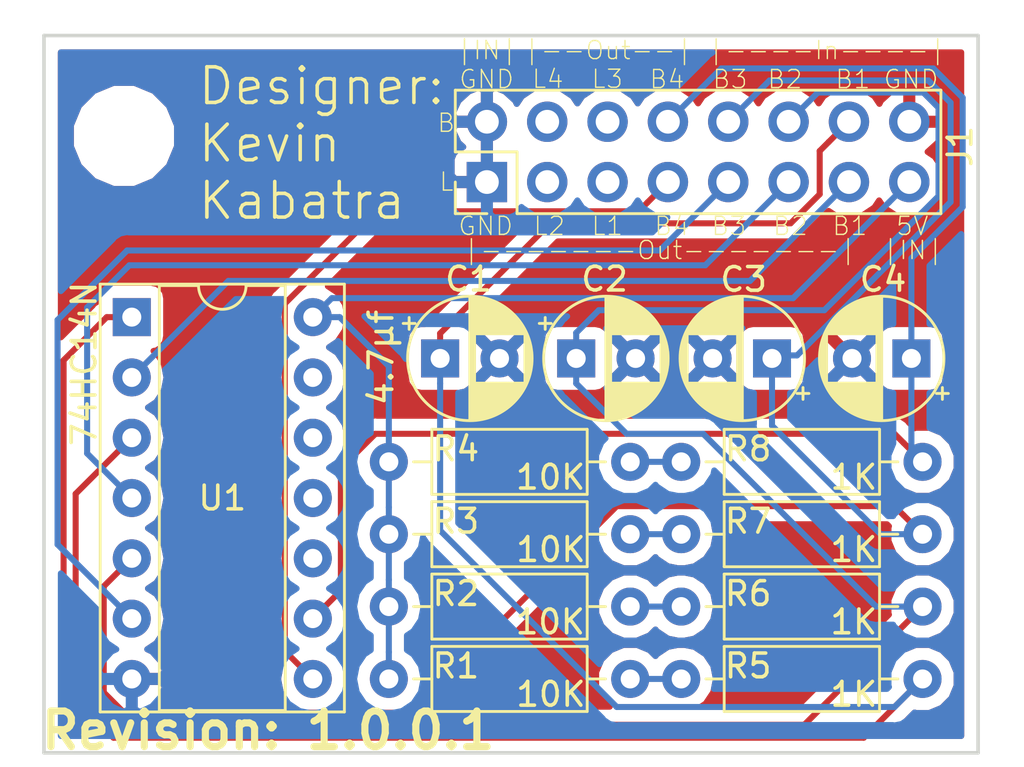
<source format=kicad_pcb>
(kicad_pcb (version 20171130) (host pcbnew "(5.0.0)")

  (general
    (thickness 1.6)
    (drawings 29)
    (tracks 109)
    (zones 0)
    (modules 15)
    (nets 23)
  )

  (page A4)
  (title_block
    (title "Arcade Cabinet - Button and LED controller")
    (date 2018-09-16)
    (rev 1.0.0.1)
    (comment 3 "Revision: Updated design errors from previous version")
    (comment 4 "Designed by Kevin Kabatra and released under MIT license.")
  )

  (layers
    (0 F.Cu signal)
    (31 B.Cu signal)
    (32 B.Adhes user)
    (33 F.Adhes user)
    (34 B.Paste user)
    (35 F.Paste user)
    (36 B.SilkS user)
    (37 F.SilkS user)
    (38 B.Mask user)
    (39 F.Mask user)
    (40 Dwgs.User user)
    (41 Cmts.User user)
    (42 Eco1.User user)
    (43 Eco2.User user)
    (44 Edge.Cuts user)
    (45 Margin user)
    (46 B.CrtYd user)
    (47 F.CrtYd user)
    (48 B.Fab user)
    (49 F.Fab user)
  )

  (setup
    (last_trace_width 0.254)
    (trace_clearance 0.254)
    (zone_clearance 0.508)
    (zone_45_only no)
    (trace_min 0.254)
    (segment_width 0.2)
    (edge_width 0.15)
    (via_size 0.762)
    (via_drill 0.381)
    (via_min_size 0.762)
    (via_min_drill 0.3302)
    (uvia_size 0.3)
    (uvia_drill 0.1)
    (uvias_allowed no)
    (uvia_min_size 0.2)
    (uvia_min_drill 0.1)
    (pcb_text_width 0.3)
    (pcb_text_size 1.5 1.5)
    (mod_edge_width 0.15)
    (mod_text_size 1 1)
    (mod_text_width 0.15)
    (pad_size 3.2 3.2)
    (pad_drill 3.2)
    (pad_to_mask_clearance 0.0508)
    (aux_axis_origin 0 0)
    (visible_elements 7FFFFFFF)
    (pcbplotparams
      (layerselection 0x010fc_ffffffff)
      (usegerberextensions false)
      (usegerberattributes false)
      (usegerberadvancedattributes false)
      (creategerberjobfile false)
      (excludeedgelayer true)
      (linewidth 0.100000)
      (plotframeref false)
      (viasonmask false)
      (mode 1)
      (useauxorigin false)
      (hpglpennumber 1)
      (hpglpenspeed 20)
      (hpglpendiameter 15.000000)
      (psnegative false)
      (psa4output false)
      (plotreference true)
      (plotvalue true)
      (plotinvisibletext false)
      (padsonsilk false)
      (subtractmaskfromsilk false)
      (outputformat 1)
      (mirror false)
      (drillshape 1)
      (scaleselection 1)
      (outputdirectory ""))
  )

  (net 0 "")
  (net 1 Save_State_Output)
  (net 2 5V)
  (net 3 Player_1_Start_LED)
  (net 4 Player_2_Start_LED)
  (net 5 GND)
  (net 6 Load_State_Input)
  (net 7 Save_State_Input)
  (net 8 Load_State_Ouput)
  (net 9 "Net-(R1-Pad1)")
  (net 10 "Net-(R2-Pad1)")
  (net 11 "Net-(R3-Pad1)")
  (net 12 "Net-(R4-Pad1)")
  (net 13 "Net-(U1-Pad10)")
  (net 14 "Net-(U1-Pad11)")
  (net 15 "Net-(U1-Pad12)")
  (net 16 "Net-(U1-Pad13)")
  (net 17 Player_1_Coin_Input)
  (net 18 Player_2_Coin_Input)
  (net 19 Player_2_Coin_LED)
  (net 20 Player_1_Coin_LED)
  (net 21 Player_2_Coin_Output)
  (net 22 Player_1_Coin_Output)

  (net_class Default "This is the default net class."
    (clearance 0.254)
    (trace_width 0.254)
    (via_dia 0.762)
    (via_drill 0.381)
    (uvia_dia 0.3)
    (uvia_drill 0.1)
    (add_net 5V)
    (add_net GND)
    (add_net Load_State_Input)
    (add_net Load_State_Ouput)
    (add_net "Net-(R1-Pad1)")
    (add_net "Net-(R2-Pad1)")
    (add_net "Net-(R3-Pad1)")
    (add_net "Net-(R4-Pad1)")
    (add_net "Net-(U1-Pad10)")
    (add_net "Net-(U1-Pad11)")
    (add_net "Net-(U1-Pad12)")
    (add_net "Net-(U1-Pad13)")
    (add_net Player_1_Coin_Input)
    (add_net Player_1_Coin_LED)
    (add_net Player_1_Coin_Output)
    (add_net Player_1_Start_LED)
    (add_net Player_2_Coin_Input)
    (add_net Player_2_Coin_LED)
    (add_net Player_2_Coin_Output)
    (add_net Player_2_Start_LED)
    (add_net Save_State_Input)
    (add_net Save_State_Output)
  )

  (module Resistor_THT:R_Axial_DIN0207_L6.3mm_D2.5mm_P10.16mm_Horizontal (layer F.Cu) (tedit 5BB8F856) (tstamp 5BB8E1F0)
    (at 157.2641 97.9551 180)
    (descr "Resistor, Axial_DIN0207 series, Axial, Horizontal, pin pitch=10.16mm, 0.25W = 1/4W, length*diameter=6.3*2.5mm^2, http://cdn-reichelt.de/documents/datenblatt/B400/1_4W%23YAG.pdf")
    (tags "Resistor Axial_DIN0207 series Axial Horizontal pin pitch 10.16mm 0.25W = 1/4W length 6.3mm diameter 2.5mm")
    (path /5B9DE225)
    (fp_text reference R6 (at 7.3406 0.5461 180) (layer F.SilkS)
      (effects (font (size 1 1) (thickness 0.15)))
    )
    (fp_text value 1K (at 2.8956 -0.6477 180) (layer F.SilkS)
      (effects (font (size 1 1) (thickness 0.15)))
    )
    (fp_text user %R (at 5.08 0 180) (layer F.Fab)
      (effects (font (size 1 1) (thickness 0.15)))
    )
    (fp_line (start 11.21 -1.5) (end -1.05 -1.5) (layer F.CrtYd) (width 0.05))
    (fp_line (start 11.21 1.5) (end 11.21 -1.5) (layer F.CrtYd) (width 0.05))
    (fp_line (start -1.05 1.5) (end 11.21 1.5) (layer F.CrtYd) (width 0.05))
    (fp_line (start -1.05 -1.5) (end -1.05 1.5) (layer F.CrtYd) (width 0.05))
    (fp_line (start 9.12 0) (end 8.35 0) (layer F.SilkS) (width 0.12))
    (fp_line (start 1.04 0) (end 1.81 0) (layer F.SilkS) (width 0.12))
    (fp_line (start 8.35 -1.37) (end 1.81 -1.37) (layer F.SilkS) (width 0.12))
    (fp_line (start 8.35 1.37) (end 8.35 -1.37) (layer F.SilkS) (width 0.12))
    (fp_line (start 1.81 1.37) (end 8.35 1.37) (layer F.SilkS) (width 0.12))
    (fp_line (start 1.81 -1.37) (end 1.81 1.37) (layer F.SilkS) (width 0.12))
    (fp_line (start 10.16 0) (end 8.23 0) (layer F.Fab) (width 0.1))
    (fp_line (start 0 0) (end 1.93 0) (layer F.Fab) (width 0.1))
    (fp_line (start 8.23 -1.25) (end 1.93 -1.25) (layer F.Fab) (width 0.1))
    (fp_line (start 8.23 1.25) (end 8.23 -1.25) (layer F.Fab) (width 0.1))
    (fp_line (start 1.93 1.25) (end 8.23 1.25) (layer F.Fab) (width 0.1))
    (fp_line (start 1.93 -1.25) (end 1.93 1.25) (layer F.Fab) (width 0.1))
    (pad 2 thru_hole oval (at 10.16 0 180) (size 1.6 1.6) (drill 0.8) (layers *.Cu *.Mask)
      (net 10 "Net-(R2-Pad1)"))
    (pad 1 thru_hole circle (at 0 0 180) (size 1.6 1.6) (drill 0.8) (layers *.Cu *.Mask)
      (net 18 Player_2_Coin_Input))
    (model ${KISYS3DMOD}/Resistor_THT.3dshapes/R_Axial_DIN0207_L6.3mm_D2.5mm_P10.16mm_Horizontal.wrl
      (at (xyz 0 0 0))
      (scale (xyz 1 1 1))
      (rotate (xyz 0 0 0))
    )
  )

  (module Package_DIP:DIP-14_W7.62mm_Socket (layer F.Cu) (tedit 5BB8F410) (tstamp 5BADCA03)
    (at 123.9774 85.7631)
    (descr "14-lead though-hole mounted DIP package, row spacing 7.62 mm (300 mils), Socket")
    (tags "THT DIP DIL PDIP 2.54mm 7.62mm 300mil Socket")
    (path /5B9D6953)
    (fp_text reference U1 (at 3.81 7.62 180) (layer F.SilkS)
      (effects (font (size 1 1) (thickness 0.15)))
    )
    (fp_text value 74HC14N (at -2.0066 1.9685 90) (layer F.SilkS)
      (effects (font (size 1 1) (thickness 0.15)))
    )
    (fp_arc (start 3.81 -1.33) (end 2.81 -1.33) (angle -180) (layer F.SilkS) (width 0.12))
    (fp_line (start 1.635 -1.27) (end 6.985 -1.27) (layer F.Fab) (width 0.1))
    (fp_line (start 6.985 -1.27) (end 6.985 16.51) (layer F.Fab) (width 0.1))
    (fp_line (start 6.985 16.51) (end 0.635 16.51) (layer F.Fab) (width 0.1))
    (fp_line (start 0.635 16.51) (end 0.635 -0.27) (layer F.Fab) (width 0.1))
    (fp_line (start 0.635 -0.27) (end 1.635 -1.27) (layer F.Fab) (width 0.1))
    (fp_line (start -1.27 -1.33) (end -1.27 16.57) (layer F.Fab) (width 0.1))
    (fp_line (start -1.27 16.57) (end 8.89 16.57) (layer F.Fab) (width 0.1))
    (fp_line (start 8.89 16.57) (end 8.89 -1.33) (layer F.Fab) (width 0.1))
    (fp_line (start 8.89 -1.33) (end -1.27 -1.33) (layer F.Fab) (width 0.1))
    (fp_line (start 2.81 -1.33) (end 1.16 -1.33) (layer F.SilkS) (width 0.12))
    (fp_line (start 1.16 -1.33) (end 1.16 16.57) (layer F.SilkS) (width 0.12))
    (fp_line (start 1.16 16.57) (end 6.46 16.57) (layer F.SilkS) (width 0.12))
    (fp_line (start 6.46 16.57) (end 6.46 -1.33) (layer F.SilkS) (width 0.12))
    (fp_line (start 6.46 -1.33) (end 4.81 -1.33) (layer F.SilkS) (width 0.12))
    (fp_line (start -1.33 -1.39) (end -1.33 16.63) (layer F.SilkS) (width 0.12))
    (fp_line (start -1.33 16.63) (end 8.95 16.63) (layer F.SilkS) (width 0.12))
    (fp_line (start 8.95 16.63) (end 8.95 -1.39) (layer F.SilkS) (width 0.12))
    (fp_line (start 8.95 -1.39) (end -1.33 -1.39) (layer F.SilkS) (width 0.12))
    (fp_line (start -1.55 -1.6) (end -1.55 16.85) (layer F.CrtYd) (width 0.05))
    (fp_line (start -1.55 16.85) (end 9.15 16.85) (layer F.CrtYd) (width 0.05))
    (fp_line (start 9.15 16.85) (end 9.15 -1.6) (layer F.CrtYd) (width 0.05))
    (fp_line (start 9.15 -1.6) (end -1.55 -1.6) (layer F.CrtYd) (width 0.05))
    (fp_text user %R (at 3.81 7.62) (layer F.Fab)
      (effects (font (size 1 1) (thickness 0.15)))
    )
    (pad 1 thru_hole rect (at 0 0) (size 1.6 1.6) (drill 0.8) (layers *.Cu *.Mask)
      (net 17 Player_1_Coin_Input))
    (pad 8 thru_hole oval (at 7.62 15.24) (size 1.6 1.6) (drill 0.8) (layers *.Cu *.Mask)
      (net 1 Save_State_Output))
    (pad 2 thru_hole oval (at 0 2.54) (size 1.6 1.6) (drill 0.8) (layers *.Cu *.Mask)
      (net 22 Player_1_Coin_Output))
    (pad 9 thru_hole oval (at 7.62 12.7) (size 1.6 1.6) (drill 0.8) (layers *.Cu *.Mask)
      (net 7 Save_State_Input))
    (pad 3 thru_hole oval (at 0 5.08) (size 1.6 1.6) (drill 0.8) (layers *.Cu *.Mask)
      (net 18 Player_2_Coin_Input))
    (pad 10 thru_hole oval (at 7.62 10.16) (size 1.6 1.6) (drill 0.8) (layers *.Cu *.Mask)
      (net 13 "Net-(U1-Pad10)"))
    (pad 4 thru_hole oval (at 0 7.62) (size 1.6 1.6) (drill 0.8) (layers *.Cu *.Mask)
      (net 21 Player_2_Coin_Output))
    (pad 11 thru_hole oval (at 7.62 7.62) (size 1.6 1.6) (drill 0.8) (layers *.Cu *.Mask)
      (net 14 "Net-(U1-Pad11)"))
    (pad 5 thru_hole oval (at 0 10.16) (size 1.6 1.6) (drill 0.8) (layers *.Cu *.Mask)
      (net 6 Load_State_Input))
    (pad 12 thru_hole oval (at 7.62 5.08) (size 1.6 1.6) (drill 0.8) (layers *.Cu *.Mask)
      (net 15 "Net-(U1-Pad12)"))
    (pad 6 thru_hole oval (at 0 12.7) (size 1.6 1.6) (drill 0.8) (layers *.Cu *.Mask)
      (net 8 Load_State_Ouput))
    (pad 13 thru_hole oval (at 7.62 2.54) (size 1.6 1.6) (drill 0.8) (layers *.Cu *.Mask)
      (net 16 "Net-(U1-Pad13)"))
    (pad 7 thru_hole oval (at 0 15.24) (size 1.6 1.6) (drill 0.8) (layers *.Cu *.Mask)
      (net 5 GND))
    (pad 14 thru_hole oval (at 7.62 0) (size 1.6 1.6) (drill 0.8) (layers *.Cu *.Mask)
      (net 2 5V))
    (model ${KISYS3DMOD}/Package_DIP.3dshapes/DIP-14_W7.62mm_Socket.wrl
      (at (xyz 0 0 0))
      (scale (xyz 1 1 1))
      (rotate (xyz 0 0 0))
    )
  )

  (module Capacitor_THT:CP_Radial_D5.0mm_P2.50mm (layer F.Cu) (tedit 5BB8F917) (tstamp 5BC5548F)
    (at 150.9268 87.503 180)
    (descr "CP, Radial series, Radial, pin pitch=2.50mm, , diameter=5mm, Electrolytic Capacitor")
    (tags "CP Radial series Radial pin pitch 2.50mm  diameter 5mm Electrolytic Capacitor")
    (path /5B9DD177)
    (fp_text reference C3 (at 1.1938 3.3274 180) (layer F.SilkS)
      (effects (font (size 1 1) (thickness 0.15)))
    )
    (fp_text value 4.7µf (at 1.3335 -1.7145 180) (layer F.Fab)
      (effects (font (size 1 1) (thickness 0.15)))
    )
    (fp_text user %R (at 1.25 0 180) (layer F.Fab)
      (effects (font (size 1 1) (thickness 0.15)))
    )
    (fp_line (start -1.304775 -1.725) (end -1.304775 -1.225) (layer F.SilkS) (width 0.12))
    (fp_line (start -1.554775 -1.475) (end -1.054775 -1.475) (layer F.SilkS) (width 0.12))
    (fp_line (start 3.851 -0.284) (end 3.851 0.284) (layer F.SilkS) (width 0.12))
    (fp_line (start 3.811 -0.518) (end 3.811 0.518) (layer F.SilkS) (width 0.12))
    (fp_line (start 3.771 -0.677) (end 3.771 0.677) (layer F.SilkS) (width 0.12))
    (fp_line (start 3.731 -0.805) (end 3.731 0.805) (layer F.SilkS) (width 0.12))
    (fp_line (start 3.691 -0.915) (end 3.691 0.915) (layer F.SilkS) (width 0.12))
    (fp_line (start 3.651 -1.011) (end 3.651 1.011) (layer F.SilkS) (width 0.12))
    (fp_line (start 3.611 -1.098) (end 3.611 1.098) (layer F.SilkS) (width 0.12))
    (fp_line (start 3.571 -1.178) (end 3.571 1.178) (layer F.SilkS) (width 0.12))
    (fp_line (start 3.531 1.04) (end 3.531 1.251) (layer F.SilkS) (width 0.12))
    (fp_line (start 3.531 -1.251) (end 3.531 -1.04) (layer F.SilkS) (width 0.12))
    (fp_line (start 3.491 1.04) (end 3.491 1.319) (layer F.SilkS) (width 0.12))
    (fp_line (start 3.491 -1.319) (end 3.491 -1.04) (layer F.SilkS) (width 0.12))
    (fp_line (start 3.451 1.04) (end 3.451 1.383) (layer F.SilkS) (width 0.12))
    (fp_line (start 3.451 -1.383) (end 3.451 -1.04) (layer F.SilkS) (width 0.12))
    (fp_line (start 3.411 1.04) (end 3.411 1.443) (layer F.SilkS) (width 0.12))
    (fp_line (start 3.411 -1.443) (end 3.411 -1.04) (layer F.SilkS) (width 0.12))
    (fp_line (start 3.371 1.04) (end 3.371 1.5) (layer F.SilkS) (width 0.12))
    (fp_line (start 3.371 -1.5) (end 3.371 -1.04) (layer F.SilkS) (width 0.12))
    (fp_line (start 3.331 1.04) (end 3.331 1.554) (layer F.SilkS) (width 0.12))
    (fp_line (start 3.331 -1.554) (end 3.331 -1.04) (layer F.SilkS) (width 0.12))
    (fp_line (start 3.291 1.04) (end 3.291 1.605) (layer F.SilkS) (width 0.12))
    (fp_line (start 3.291 -1.605) (end 3.291 -1.04) (layer F.SilkS) (width 0.12))
    (fp_line (start 3.251 1.04) (end 3.251 1.653) (layer F.SilkS) (width 0.12))
    (fp_line (start 3.251 -1.653) (end 3.251 -1.04) (layer F.SilkS) (width 0.12))
    (fp_line (start 3.211 1.04) (end 3.211 1.699) (layer F.SilkS) (width 0.12))
    (fp_line (start 3.211 -1.699) (end 3.211 -1.04) (layer F.SilkS) (width 0.12))
    (fp_line (start 3.171 1.04) (end 3.171 1.743) (layer F.SilkS) (width 0.12))
    (fp_line (start 3.171 -1.743) (end 3.171 -1.04) (layer F.SilkS) (width 0.12))
    (fp_line (start 3.131 1.04) (end 3.131 1.785) (layer F.SilkS) (width 0.12))
    (fp_line (start 3.131 -1.785) (end 3.131 -1.04) (layer F.SilkS) (width 0.12))
    (fp_line (start 3.091 1.04) (end 3.091 1.826) (layer F.SilkS) (width 0.12))
    (fp_line (start 3.091 -1.826) (end 3.091 -1.04) (layer F.SilkS) (width 0.12))
    (fp_line (start 3.051 1.04) (end 3.051 1.864) (layer F.SilkS) (width 0.12))
    (fp_line (start 3.051 -1.864) (end 3.051 -1.04) (layer F.SilkS) (width 0.12))
    (fp_line (start 3.011 1.04) (end 3.011 1.901) (layer F.SilkS) (width 0.12))
    (fp_line (start 3.011 -1.901) (end 3.011 -1.04) (layer F.SilkS) (width 0.12))
    (fp_line (start 2.971 1.04) (end 2.971 1.937) (layer F.SilkS) (width 0.12))
    (fp_line (start 2.971 -1.937) (end 2.971 -1.04) (layer F.SilkS) (width 0.12))
    (fp_line (start 2.931 1.04) (end 2.931 1.971) (layer F.SilkS) (width 0.12))
    (fp_line (start 2.931 -1.971) (end 2.931 -1.04) (layer F.SilkS) (width 0.12))
    (fp_line (start 2.891 1.04) (end 2.891 2.004) (layer F.SilkS) (width 0.12))
    (fp_line (start 2.891 -2.004) (end 2.891 -1.04) (layer F.SilkS) (width 0.12))
    (fp_line (start 2.851 1.04) (end 2.851 2.035) (layer F.SilkS) (width 0.12))
    (fp_line (start 2.851 -2.035) (end 2.851 -1.04) (layer F.SilkS) (width 0.12))
    (fp_line (start 2.811 1.04) (end 2.811 2.065) (layer F.SilkS) (width 0.12))
    (fp_line (start 2.811 -2.065) (end 2.811 -1.04) (layer F.SilkS) (width 0.12))
    (fp_line (start 2.771 1.04) (end 2.771 2.095) (layer F.SilkS) (width 0.12))
    (fp_line (start 2.771 -2.095) (end 2.771 -1.04) (layer F.SilkS) (width 0.12))
    (fp_line (start 2.731 1.04) (end 2.731 2.122) (layer F.SilkS) (width 0.12))
    (fp_line (start 2.731 -2.122) (end 2.731 -1.04) (layer F.SilkS) (width 0.12))
    (fp_line (start 2.691 1.04) (end 2.691 2.149) (layer F.SilkS) (width 0.12))
    (fp_line (start 2.691 -2.149) (end 2.691 -1.04) (layer F.SilkS) (width 0.12))
    (fp_line (start 2.651 1.04) (end 2.651 2.175) (layer F.SilkS) (width 0.12))
    (fp_line (start 2.651 -2.175) (end 2.651 -1.04) (layer F.SilkS) (width 0.12))
    (fp_line (start 2.611 1.04) (end 2.611 2.2) (layer F.SilkS) (width 0.12))
    (fp_line (start 2.611 -2.2) (end 2.611 -1.04) (layer F.SilkS) (width 0.12))
    (fp_line (start 2.571 1.04) (end 2.571 2.224) (layer F.SilkS) (width 0.12))
    (fp_line (start 2.571 -2.224) (end 2.571 -1.04) (layer F.SilkS) (width 0.12))
    (fp_line (start 2.531 1.04) (end 2.531 2.247) (layer F.SilkS) (width 0.12))
    (fp_line (start 2.531 -2.247) (end 2.531 -1.04) (layer F.SilkS) (width 0.12))
    (fp_line (start 2.491 1.04) (end 2.491 2.268) (layer F.SilkS) (width 0.12))
    (fp_line (start 2.491 -2.268) (end 2.491 -1.04) (layer F.SilkS) (width 0.12))
    (fp_line (start 2.451 1.04) (end 2.451 2.29) (layer F.SilkS) (width 0.12))
    (fp_line (start 2.451 -2.29) (end 2.451 -1.04) (layer F.SilkS) (width 0.12))
    (fp_line (start 2.411 1.04) (end 2.411 2.31) (layer F.SilkS) (width 0.12))
    (fp_line (start 2.411 -2.31) (end 2.411 -1.04) (layer F.SilkS) (width 0.12))
    (fp_line (start 2.371 1.04) (end 2.371 2.329) (layer F.SilkS) (width 0.12))
    (fp_line (start 2.371 -2.329) (end 2.371 -1.04) (layer F.SilkS) (width 0.12))
    (fp_line (start 2.331 1.04) (end 2.331 2.348) (layer F.SilkS) (width 0.12))
    (fp_line (start 2.331 -2.348) (end 2.331 -1.04) (layer F.SilkS) (width 0.12))
    (fp_line (start 2.291 1.04) (end 2.291 2.365) (layer F.SilkS) (width 0.12))
    (fp_line (start 2.291 -2.365) (end 2.291 -1.04) (layer F.SilkS) (width 0.12))
    (fp_line (start 2.251 1.04) (end 2.251 2.382) (layer F.SilkS) (width 0.12))
    (fp_line (start 2.251 -2.382) (end 2.251 -1.04) (layer F.SilkS) (width 0.12))
    (fp_line (start 2.211 1.04) (end 2.211 2.398) (layer F.SilkS) (width 0.12))
    (fp_line (start 2.211 -2.398) (end 2.211 -1.04) (layer F.SilkS) (width 0.12))
    (fp_line (start 2.171 1.04) (end 2.171 2.414) (layer F.SilkS) (width 0.12))
    (fp_line (start 2.171 -2.414) (end 2.171 -1.04) (layer F.SilkS) (width 0.12))
    (fp_line (start 2.131 1.04) (end 2.131 2.428) (layer F.SilkS) (width 0.12))
    (fp_line (start 2.131 -2.428) (end 2.131 -1.04) (layer F.SilkS) (width 0.12))
    (fp_line (start 2.091 1.04) (end 2.091 2.442) (layer F.SilkS) (width 0.12))
    (fp_line (start 2.091 -2.442) (end 2.091 -1.04) (layer F.SilkS) (width 0.12))
    (fp_line (start 2.051 1.04) (end 2.051 2.455) (layer F.SilkS) (width 0.12))
    (fp_line (start 2.051 -2.455) (end 2.051 -1.04) (layer F.SilkS) (width 0.12))
    (fp_line (start 2.011 1.04) (end 2.011 2.468) (layer F.SilkS) (width 0.12))
    (fp_line (start 2.011 -2.468) (end 2.011 -1.04) (layer F.SilkS) (width 0.12))
    (fp_line (start 1.971 1.04) (end 1.971 2.48) (layer F.SilkS) (width 0.12))
    (fp_line (start 1.971 -2.48) (end 1.971 -1.04) (layer F.SilkS) (width 0.12))
    (fp_line (start 1.93 1.04) (end 1.93 2.491) (layer F.SilkS) (width 0.12))
    (fp_line (start 1.93 -2.491) (end 1.93 -1.04) (layer F.SilkS) (width 0.12))
    (fp_line (start 1.89 1.04) (end 1.89 2.501) (layer F.SilkS) (width 0.12))
    (fp_line (start 1.89 -2.501) (end 1.89 -1.04) (layer F.SilkS) (width 0.12))
    (fp_line (start 1.85 1.04) (end 1.85 2.511) (layer F.SilkS) (width 0.12))
    (fp_line (start 1.85 -2.511) (end 1.85 -1.04) (layer F.SilkS) (width 0.12))
    (fp_line (start 1.81 1.04) (end 1.81 2.52) (layer F.SilkS) (width 0.12))
    (fp_line (start 1.81 -2.52) (end 1.81 -1.04) (layer F.SilkS) (width 0.12))
    (fp_line (start 1.77 1.04) (end 1.77 2.528) (layer F.SilkS) (width 0.12))
    (fp_line (start 1.77 -2.528) (end 1.77 -1.04) (layer F.SilkS) (width 0.12))
    (fp_line (start 1.73 1.04) (end 1.73 2.536) (layer F.SilkS) (width 0.12))
    (fp_line (start 1.73 -2.536) (end 1.73 -1.04) (layer F.SilkS) (width 0.12))
    (fp_line (start 1.69 1.04) (end 1.69 2.543) (layer F.SilkS) (width 0.12))
    (fp_line (start 1.69 -2.543) (end 1.69 -1.04) (layer F.SilkS) (width 0.12))
    (fp_line (start 1.65 1.04) (end 1.65 2.55) (layer F.SilkS) (width 0.12))
    (fp_line (start 1.65 -2.55) (end 1.65 -1.04) (layer F.SilkS) (width 0.12))
    (fp_line (start 1.61 1.04) (end 1.61 2.556) (layer F.SilkS) (width 0.12))
    (fp_line (start 1.61 -2.556) (end 1.61 -1.04) (layer F.SilkS) (width 0.12))
    (fp_line (start 1.57 1.04) (end 1.57 2.561) (layer F.SilkS) (width 0.12))
    (fp_line (start 1.57 -2.561) (end 1.57 -1.04) (layer F.SilkS) (width 0.12))
    (fp_line (start 1.53 1.04) (end 1.53 2.565) (layer F.SilkS) (width 0.12))
    (fp_line (start 1.53 -2.565) (end 1.53 -1.04) (layer F.SilkS) (width 0.12))
    (fp_line (start 1.49 1.04) (end 1.49 2.569) (layer F.SilkS) (width 0.12))
    (fp_line (start 1.49 -2.569) (end 1.49 -1.04) (layer F.SilkS) (width 0.12))
    (fp_line (start 1.45 -2.573) (end 1.45 2.573) (layer F.SilkS) (width 0.12))
    (fp_line (start 1.41 -2.576) (end 1.41 2.576) (layer F.SilkS) (width 0.12))
    (fp_line (start 1.37 -2.578) (end 1.37 2.578) (layer F.SilkS) (width 0.12))
    (fp_line (start 1.33 -2.579) (end 1.33 2.579) (layer F.SilkS) (width 0.12))
    (fp_line (start 1.29 -2.58) (end 1.29 2.58) (layer F.SilkS) (width 0.12))
    (fp_line (start 1.25 -2.58) (end 1.25 2.58) (layer F.SilkS) (width 0.12))
    (fp_line (start -0.633605 -1.3375) (end -0.633605 -0.8375) (layer F.Fab) (width 0.1))
    (fp_line (start -0.883605 -1.0875) (end -0.383605 -1.0875) (layer F.Fab) (width 0.1))
    (fp_circle (center 1.25 0) (end 4 0) (layer F.CrtYd) (width 0.05))
    (fp_circle (center 1.25 0) (end 3.87 0) (layer F.SilkS) (width 0.12))
    (fp_circle (center 1.25 0) (end 3.75 0) (layer F.Fab) (width 0.1))
    (pad 2 thru_hole circle (at 2.5 0 180) (size 1.6 1.6) (drill 0.8) (layers *.Cu *.Mask)
      (net 5 GND))
    (pad 1 thru_hole rect (at 0 0 180) (size 1.6 1.6) (drill 0.8) (layers *.Cu *.Mask)
      (net 6 Load_State_Input))
    (model ${KISYS3DMOD}/Capacitor_THT.3dshapes/CP_Radial_D5.0mm_P2.50mm.wrl
      (at (xyz 0 0 0))
      (scale (xyz 1 1 1))
      (rotate (xyz 0 0 0))
    )
  )

  (module Capacitor_THT:CP_Radial_D5.0mm_P2.50mm (layer F.Cu) (tedit 5BB8F8DF) (tstamp 5BAC2671)
    (at 136.9568 87.503)
    (descr "CP, Radial series, Radial, pin pitch=2.50mm, , diameter=5mm, Electrolytic Capacitor")
    (tags "CP Radial series Radial pin pitch 2.50mm  diameter 5mm Electrolytic Capacitor")
    (path /5B9DC7CD)
    (fp_text reference C1 (at 1.1938 -3.3401 180) (layer F.SilkS)
      (effects (font (size 1 1) (thickness 0.15)))
    )
    (fp_text value 4.7µf (at -2.4892 -0.0381 270) (layer F.SilkS)
      (effects (font (size 1 1) (thickness 0.15)))
    )
    (fp_circle (center 1.25 0) (end 3.75 0) (layer F.Fab) (width 0.1))
    (fp_circle (center 1.25 0) (end 3.87 0) (layer F.SilkS) (width 0.12))
    (fp_circle (center 1.25 0) (end 4 0) (layer F.CrtYd) (width 0.05))
    (fp_line (start -0.883605 -1.0875) (end -0.383605 -1.0875) (layer F.Fab) (width 0.1))
    (fp_line (start -0.633605 -1.3375) (end -0.633605 -0.8375) (layer F.Fab) (width 0.1))
    (fp_line (start 1.25 -2.58) (end 1.25 2.58) (layer F.SilkS) (width 0.12))
    (fp_line (start 1.29 -2.58) (end 1.29 2.58) (layer F.SilkS) (width 0.12))
    (fp_line (start 1.33 -2.579) (end 1.33 2.579) (layer F.SilkS) (width 0.12))
    (fp_line (start 1.37 -2.578) (end 1.37 2.578) (layer F.SilkS) (width 0.12))
    (fp_line (start 1.41 -2.576) (end 1.41 2.576) (layer F.SilkS) (width 0.12))
    (fp_line (start 1.45 -2.573) (end 1.45 2.573) (layer F.SilkS) (width 0.12))
    (fp_line (start 1.49 -2.569) (end 1.49 -1.04) (layer F.SilkS) (width 0.12))
    (fp_line (start 1.49 1.04) (end 1.49 2.569) (layer F.SilkS) (width 0.12))
    (fp_line (start 1.53 -2.565) (end 1.53 -1.04) (layer F.SilkS) (width 0.12))
    (fp_line (start 1.53 1.04) (end 1.53 2.565) (layer F.SilkS) (width 0.12))
    (fp_line (start 1.57 -2.561) (end 1.57 -1.04) (layer F.SilkS) (width 0.12))
    (fp_line (start 1.57 1.04) (end 1.57 2.561) (layer F.SilkS) (width 0.12))
    (fp_line (start 1.61 -2.556) (end 1.61 -1.04) (layer F.SilkS) (width 0.12))
    (fp_line (start 1.61 1.04) (end 1.61 2.556) (layer F.SilkS) (width 0.12))
    (fp_line (start 1.65 -2.55) (end 1.65 -1.04) (layer F.SilkS) (width 0.12))
    (fp_line (start 1.65 1.04) (end 1.65 2.55) (layer F.SilkS) (width 0.12))
    (fp_line (start 1.69 -2.543) (end 1.69 -1.04) (layer F.SilkS) (width 0.12))
    (fp_line (start 1.69 1.04) (end 1.69 2.543) (layer F.SilkS) (width 0.12))
    (fp_line (start 1.73 -2.536) (end 1.73 -1.04) (layer F.SilkS) (width 0.12))
    (fp_line (start 1.73 1.04) (end 1.73 2.536) (layer F.SilkS) (width 0.12))
    (fp_line (start 1.77 -2.528) (end 1.77 -1.04) (layer F.SilkS) (width 0.12))
    (fp_line (start 1.77 1.04) (end 1.77 2.528) (layer F.SilkS) (width 0.12))
    (fp_line (start 1.81 -2.52) (end 1.81 -1.04) (layer F.SilkS) (width 0.12))
    (fp_line (start 1.81 1.04) (end 1.81 2.52) (layer F.SilkS) (width 0.12))
    (fp_line (start 1.85 -2.511) (end 1.85 -1.04) (layer F.SilkS) (width 0.12))
    (fp_line (start 1.85 1.04) (end 1.85 2.511) (layer F.SilkS) (width 0.12))
    (fp_line (start 1.89 -2.501) (end 1.89 -1.04) (layer F.SilkS) (width 0.12))
    (fp_line (start 1.89 1.04) (end 1.89 2.501) (layer F.SilkS) (width 0.12))
    (fp_line (start 1.93 -2.491) (end 1.93 -1.04) (layer F.SilkS) (width 0.12))
    (fp_line (start 1.93 1.04) (end 1.93 2.491) (layer F.SilkS) (width 0.12))
    (fp_line (start 1.971 -2.48) (end 1.971 -1.04) (layer F.SilkS) (width 0.12))
    (fp_line (start 1.971 1.04) (end 1.971 2.48) (layer F.SilkS) (width 0.12))
    (fp_line (start 2.011 -2.468) (end 2.011 -1.04) (layer F.SilkS) (width 0.12))
    (fp_line (start 2.011 1.04) (end 2.011 2.468) (layer F.SilkS) (width 0.12))
    (fp_line (start 2.051 -2.455) (end 2.051 -1.04) (layer F.SilkS) (width 0.12))
    (fp_line (start 2.051 1.04) (end 2.051 2.455) (layer F.SilkS) (width 0.12))
    (fp_line (start 2.091 -2.442) (end 2.091 -1.04) (layer F.SilkS) (width 0.12))
    (fp_line (start 2.091 1.04) (end 2.091 2.442) (layer F.SilkS) (width 0.12))
    (fp_line (start 2.131 -2.428) (end 2.131 -1.04) (layer F.SilkS) (width 0.12))
    (fp_line (start 2.131 1.04) (end 2.131 2.428) (layer F.SilkS) (width 0.12))
    (fp_line (start 2.171 -2.414) (end 2.171 -1.04) (layer F.SilkS) (width 0.12))
    (fp_line (start 2.171 1.04) (end 2.171 2.414) (layer F.SilkS) (width 0.12))
    (fp_line (start 2.211 -2.398) (end 2.211 -1.04) (layer F.SilkS) (width 0.12))
    (fp_line (start 2.211 1.04) (end 2.211 2.398) (layer F.SilkS) (width 0.12))
    (fp_line (start 2.251 -2.382) (end 2.251 -1.04) (layer F.SilkS) (width 0.12))
    (fp_line (start 2.251 1.04) (end 2.251 2.382) (layer F.SilkS) (width 0.12))
    (fp_line (start 2.291 -2.365) (end 2.291 -1.04) (layer F.SilkS) (width 0.12))
    (fp_line (start 2.291 1.04) (end 2.291 2.365) (layer F.SilkS) (width 0.12))
    (fp_line (start 2.331 -2.348) (end 2.331 -1.04) (layer F.SilkS) (width 0.12))
    (fp_line (start 2.331 1.04) (end 2.331 2.348) (layer F.SilkS) (width 0.12))
    (fp_line (start 2.371 -2.329) (end 2.371 -1.04) (layer F.SilkS) (width 0.12))
    (fp_line (start 2.371 1.04) (end 2.371 2.329) (layer F.SilkS) (width 0.12))
    (fp_line (start 2.411 -2.31) (end 2.411 -1.04) (layer F.SilkS) (width 0.12))
    (fp_line (start 2.411 1.04) (end 2.411 2.31) (layer F.SilkS) (width 0.12))
    (fp_line (start 2.451 -2.29) (end 2.451 -1.04) (layer F.SilkS) (width 0.12))
    (fp_line (start 2.451 1.04) (end 2.451 2.29) (layer F.SilkS) (width 0.12))
    (fp_line (start 2.491 -2.268) (end 2.491 -1.04) (layer F.SilkS) (width 0.12))
    (fp_line (start 2.491 1.04) (end 2.491 2.268) (layer F.SilkS) (width 0.12))
    (fp_line (start 2.531 -2.247) (end 2.531 -1.04) (layer F.SilkS) (width 0.12))
    (fp_line (start 2.531 1.04) (end 2.531 2.247) (layer F.SilkS) (width 0.12))
    (fp_line (start 2.571 -2.224) (end 2.571 -1.04) (layer F.SilkS) (width 0.12))
    (fp_line (start 2.571 1.04) (end 2.571 2.224) (layer F.SilkS) (width 0.12))
    (fp_line (start 2.611 -2.2) (end 2.611 -1.04) (layer F.SilkS) (width 0.12))
    (fp_line (start 2.611 1.04) (end 2.611 2.2) (layer F.SilkS) (width 0.12))
    (fp_line (start 2.651 -2.175) (end 2.651 -1.04) (layer F.SilkS) (width 0.12))
    (fp_line (start 2.651 1.04) (end 2.651 2.175) (layer F.SilkS) (width 0.12))
    (fp_line (start 2.691 -2.149) (end 2.691 -1.04) (layer F.SilkS) (width 0.12))
    (fp_line (start 2.691 1.04) (end 2.691 2.149) (layer F.SilkS) (width 0.12))
    (fp_line (start 2.731 -2.122) (end 2.731 -1.04) (layer F.SilkS) (width 0.12))
    (fp_line (start 2.731 1.04) (end 2.731 2.122) (layer F.SilkS) (width 0.12))
    (fp_line (start 2.771 -2.095) (end 2.771 -1.04) (layer F.SilkS) (width 0.12))
    (fp_line (start 2.771 1.04) (end 2.771 2.095) (layer F.SilkS) (width 0.12))
    (fp_line (start 2.811 -2.065) (end 2.811 -1.04) (layer F.SilkS) (width 0.12))
    (fp_line (start 2.811 1.04) (end 2.811 2.065) (layer F.SilkS) (width 0.12))
    (fp_line (start 2.851 -2.035) (end 2.851 -1.04) (layer F.SilkS) (width 0.12))
    (fp_line (start 2.851 1.04) (end 2.851 2.035) (layer F.SilkS) (width 0.12))
    (fp_line (start 2.891 -2.004) (end 2.891 -1.04) (layer F.SilkS) (width 0.12))
    (fp_line (start 2.891 1.04) (end 2.891 2.004) (layer F.SilkS) (width 0.12))
    (fp_line (start 2.931 -1.971) (end 2.931 -1.04) (layer F.SilkS) (width 0.12))
    (fp_line (start 2.931 1.04) (end 2.931 1.971) (layer F.SilkS) (width 0.12))
    (fp_line (start 2.971 -1.937) (end 2.971 -1.04) (layer F.SilkS) (width 0.12))
    (fp_line (start 2.971 1.04) (end 2.971 1.937) (layer F.SilkS) (width 0.12))
    (fp_line (start 3.011 -1.901) (end 3.011 -1.04) (layer F.SilkS) (width 0.12))
    (fp_line (start 3.011 1.04) (end 3.011 1.901) (layer F.SilkS) (width 0.12))
    (fp_line (start 3.051 -1.864) (end 3.051 -1.04) (layer F.SilkS) (width 0.12))
    (fp_line (start 3.051 1.04) (end 3.051 1.864) (layer F.SilkS) (width 0.12))
    (fp_line (start 3.091 -1.826) (end 3.091 -1.04) (layer F.SilkS) (width 0.12))
    (fp_line (start 3.091 1.04) (end 3.091 1.826) (layer F.SilkS) (width 0.12))
    (fp_line (start 3.131 -1.785) (end 3.131 -1.04) (layer F.SilkS) (width 0.12))
    (fp_line (start 3.131 1.04) (end 3.131 1.785) (layer F.SilkS) (width 0.12))
    (fp_line (start 3.171 -1.743) (end 3.171 -1.04) (layer F.SilkS) (width 0.12))
    (fp_line (start 3.171 1.04) (end 3.171 1.743) (layer F.SilkS) (width 0.12))
    (fp_line (start 3.211 -1.699) (end 3.211 -1.04) (layer F.SilkS) (width 0.12))
    (fp_line (start 3.211 1.04) (end 3.211 1.699) (layer F.SilkS) (width 0.12))
    (fp_line (start 3.251 -1.653) (end 3.251 -1.04) (layer F.SilkS) (width 0.12))
    (fp_line (start 3.251 1.04) (end 3.251 1.653) (layer F.SilkS) (width 0.12))
    (fp_line (start 3.291 -1.605) (end 3.291 -1.04) (layer F.SilkS) (width 0.12))
    (fp_line (start 3.291 1.04) (end 3.291 1.605) (layer F.SilkS) (width 0.12))
    (fp_line (start 3.331 -1.554) (end 3.331 -1.04) (layer F.SilkS) (width 0.12))
    (fp_line (start 3.331 1.04) (end 3.331 1.554) (layer F.SilkS) (width 0.12))
    (fp_line (start 3.371 -1.5) (end 3.371 -1.04) (layer F.SilkS) (width 0.12))
    (fp_line (start 3.371 1.04) (end 3.371 1.5) (layer F.SilkS) (width 0.12))
    (fp_line (start 3.411 -1.443) (end 3.411 -1.04) (layer F.SilkS) (width 0.12))
    (fp_line (start 3.411 1.04) (end 3.411 1.443) (layer F.SilkS) (width 0.12))
    (fp_line (start 3.451 -1.383) (end 3.451 -1.04) (layer F.SilkS) (width 0.12))
    (fp_line (start 3.451 1.04) (end 3.451 1.383) (layer F.SilkS) (width 0.12))
    (fp_line (start 3.491 -1.319) (end 3.491 -1.04) (layer F.SilkS) (width 0.12))
    (fp_line (start 3.491 1.04) (end 3.491 1.319) (layer F.SilkS) (width 0.12))
    (fp_line (start 3.531 -1.251) (end 3.531 -1.04) (layer F.SilkS) (width 0.12))
    (fp_line (start 3.531 1.04) (end 3.531 1.251) (layer F.SilkS) (width 0.12))
    (fp_line (start 3.571 -1.178) (end 3.571 1.178) (layer F.SilkS) (width 0.12))
    (fp_line (start 3.611 -1.098) (end 3.611 1.098) (layer F.SilkS) (width 0.12))
    (fp_line (start 3.651 -1.011) (end 3.651 1.011) (layer F.SilkS) (width 0.12))
    (fp_line (start 3.691 -0.915) (end 3.691 0.915) (layer F.SilkS) (width 0.12))
    (fp_line (start 3.731 -0.805) (end 3.731 0.805) (layer F.SilkS) (width 0.12))
    (fp_line (start 3.771 -0.677) (end 3.771 0.677) (layer F.SilkS) (width 0.12))
    (fp_line (start 3.811 -0.518) (end 3.811 0.518) (layer F.SilkS) (width 0.12))
    (fp_line (start 3.851 -0.284) (end 3.851 0.284) (layer F.SilkS) (width 0.12))
    (fp_line (start -1.554775 -1.475) (end -1.054775 -1.475) (layer F.SilkS) (width 0.12))
    (fp_line (start -1.304775 -1.725) (end -1.304775 -1.225) (layer F.SilkS) (width 0.12))
    (fp_text user %R (at 1.25 0) (layer F.Fab)
      (effects (font (size 1 1) (thickness 0.15)))
    )
    (pad 1 thru_hole rect (at 0 0) (size 1.6 1.6) (drill 0.8) (layers *.Cu *.Mask)
      (net 17 Player_1_Coin_Input))
    (pad 2 thru_hole circle (at 2.5 0) (size 1.6 1.6) (drill 0.8) (layers *.Cu *.Mask)
      (net 5 GND))
    (model ${KISYS3DMOD}/Capacitor_THT.3dshapes/CP_Radial_D5.0mm_P2.50mm.wrl
      (at (xyz 0 0 0))
      (scale (xyz 1 1 1))
      (rotate (xyz 0 0 0))
    )
  )

  (module Capacitor_THT:CP_Radial_D5.0mm_P2.50mm (layer F.Cu) (tedit 5BB8F8E3) (tstamp 5B9EF926)
    (at 142.6845 87.503)
    (descr "CP, Radial series, Radial, pin pitch=2.50mm, , diameter=5mm, Electrolytic Capacitor")
    (tags "CP Radial series Radial pin pitch 2.50mm  diameter 5mm Electrolytic Capacitor")
    (path /5B9DD115)
    (fp_text reference C2 (at 1.1938 -3.3401) (layer F.SilkS)
      (effects (font (size 1 1) (thickness 0.15)))
    )
    (fp_text value 4.7µf (at 1.524 1.8288 180) (layer F.Fab)
      (effects (font (size 1 1) (thickness 0.15)))
    )
    (fp_circle (center 1.25 0) (end 3.75 0) (layer F.Fab) (width 0.1))
    (fp_circle (center 1.25 0) (end 3.87 0) (layer F.SilkS) (width 0.12))
    (fp_circle (center 1.25 0) (end 4 0) (layer F.CrtYd) (width 0.05))
    (fp_line (start -0.883605 -1.0875) (end -0.383605 -1.0875) (layer F.Fab) (width 0.1))
    (fp_line (start -0.633605 -1.3375) (end -0.633605 -0.8375) (layer F.Fab) (width 0.1))
    (fp_line (start 1.25 -2.58) (end 1.25 2.58) (layer F.SilkS) (width 0.12))
    (fp_line (start 1.29 -2.58) (end 1.29 2.58) (layer F.SilkS) (width 0.12))
    (fp_line (start 1.33 -2.579) (end 1.33 2.579) (layer F.SilkS) (width 0.12))
    (fp_line (start 1.37 -2.578) (end 1.37 2.578) (layer F.SilkS) (width 0.12))
    (fp_line (start 1.41 -2.576) (end 1.41 2.576) (layer F.SilkS) (width 0.12))
    (fp_line (start 1.45 -2.573) (end 1.45 2.573) (layer F.SilkS) (width 0.12))
    (fp_line (start 1.49 -2.569) (end 1.49 -1.04) (layer F.SilkS) (width 0.12))
    (fp_line (start 1.49 1.04) (end 1.49 2.569) (layer F.SilkS) (width 0.12))
    (fp_line (start 1.53 -2.565) (end 1.53 -1.04) (layer F.SilkS) (width 0.12))
    (fp_line (start 1.53 1.04) (end 1.53 2.565) (layer F.SilkS) (width 0.12))
    (fp_line (start 1.57 -2.561) (end 1.57 -1.04) (layer F.SilkS) (width 0.12))
    (fp_line (start 1.57 1.04) (end 1.57 2.561) (layer F.SilkS) (width 0.12))
    (fp_line (start 1.61 -2.556) (end 1.61 -1.04) (layer F.SilkS) (width 0.12))
    (fp_line (start 1.61 1.04) (end 1.61 2.556) (layer F.SilkS) (width 0.12))
    (fp_line (start 1.65 -2.55) (end 1.65 -1.04) (layer F.SilkS) (width 0.12))
    (fp_line (start 1.65 1.04) (end 1.65 2.55) (layer F.SilkS) (width 0.12))
    (fp_line (start 1.69 -2.543) (end 1.69 -1.04) (layer F.SilkS) (width 0.12))
    (fp_line (start 1.69 1.04) (end 1.69 2.543) (layer F.SilkS) (width 0.12))
    (fp_line (start 1.73 -2.536) (end 1.73 -1.04) (layer F.SilkS) (width 0.12))
    (fp_line (start 1.73 1.04) (end 1.73 2.536) (layer F.SilkS) (width 0.12))
    (fp_line (start 1.77 -2.528) (end 1.77 -1.04) (layer F.SilkS) (width 0.12))
    (fp_line (start 1.77 1.04) (end 1.77 2.528) (layer F.SilkS) (width 0.12))
    (fp_line (start 1.81 -2.52) (end 1.81 -1.04) (layer F.SilkS) (width 0.12))
    (fp_line (start 1.81 1.04) (end 1.81 2.52) (layer F.SilkS) (width 0.12))
    (fp_line (start 1.85 -2.511) (end 1.85 -1.04) (layer F.SilkS) (width 0.12))
    (fp_line (start 1.85 1.04) (end 1.85 2.511) (layer F.SilkS) (width 0.12))
    (fp_line (start 1.89 -2.501) (end 1.89 -1.04) (layer F.SilkS) (width 0.12))
    (fp_line (start 1.89 1.04) (end 1.89 2.501) (layer F.SilkS) (width 0.12))
    (fp_line (start 1.93 -2.491) (end 1.93 -1.04) (layer F.SilkS) (width 0.12))
    (fp_line (start 1.93 1.04) (end 1.93 2.491) (layer F.SilkS) (width 0.12))
    (fp_line (start 1.971 -2.48) (end 1.971 -1.04) (layer F.SilkS) (width 0.12))
    (fp_line (start 1.971 1.04) (end 1.971 2.48) (layer F.SilkS) (width 0.12))
    (fp_line (start 2.011 -2.468) (end 2.011 -1.04) (layer F.SilkS) (width 0.12))
    (fp_line (start 2.011 1.04) (end 2.011 2.468) (layer F.SilkS) (width 0.12))
    (fp_line (start 2.051 -2.455) (end 2.051 -1.04) (layer F.SilkS) (width 0.12))
    (fp_line (start 2.051 1.04) (end 2.051 2.455) (layer F.SilkS) (width 0.12))
    (fp_line (start 2.091 -2.442) (end 2.091 -1.04) (layer F.SilkS) (width 0.12))
    (fp_line (start 2.091 1.04) (end 2.091 2.442) (layer F.SilkS) (width 0.12))
    (fp_line (start 2.131 -2.428) (end 2.131 -1.04) (layer F.SilkS) (width 0.12))
    (fp_line (start 2.131 1.04) (end 2.131 2.428) (layer F.SilkS) (width 0.12))
    (fp_line (start 2.171 -2.414) (end 2.171 -1.04) (layer F.SilkS) (width 0.12))
    (fp_line (start 2.171 1.04) (end 2.171 2.414) (layer F.SilkS) (width 0.12))
    (fp_line (start 2.211 -2.398) (end 2.211 -1.04) (layer F.SilkS) (width 0.12))
    (fp_line (start 2.211 1.04) (end 2.211 2.398) (layer F.SilkS) (width 0.12))
    (fp_line (start 2.251 -2.382) (end 2.251 -1.04) (layer F.SilkS) (width 0.12))
    (fp_line (start 2.251 1.04) (end 2.251 2.382) (layer F.SilkS) (width 0.12))
    (fp_line (start 2.291 -2.365) (end 2.291 -1.04) (layer F.SilkS) (width 0.12))
    (fp_line (start 2.291 1.04) (end 2.291 2.365) (layer F.SilkS) (width 0.12))
    (fp_line (start 2.331 -2.348) (end 2.331 -1.04) (layer F.SilkS) (width 0.12))
    (fp_line (start 2.331 1.04) (end 2.331 2.348) (layer F.SilkS) (width 0.12))
    (fp_line (start 2.371 -2.329) (end 2.371 -1.04) (layer F.SilkS) (width 0.12))
    (fp_line (start 2.371 1.04) (end 2.371 2.329) (layer F.SilkS) (width 0.12))
    (fp_line (start 2.411 -2.31) (end 2.411 -1.04) (layer F.SilkS) (width 0.12))
    (fp_line (start 2.411 1.04) (end 2.411 2.31) (layer F.SilkS) (width 0.12))
    (fp_line (start 2.451 -2.29) (end 2.451 -1.04) (layer F.SilkS) (width 0.12))
    (fp_line (start 2.451 1.04) (end 2.451 2.29) (layer F.SilkS) (width 0.12))
    (fp_line (start 2.491 -2.268) (end 2.491 -1.04) (layer F.SilkS) (width 0.12))
    (fp_line (start 2.491 1.04) (end 2.491 2.268) (layer F.SilkS) (width 0.12))
    (fp_line (start 2.531 -2.247) (end 2.531 -1.04) (layer F.SilkS) (width 0.12))
    (fp_line (start 2.531 1.04) (end 2.531 2.247) (layer F.SilkS) (width 0.12))
    (fp_line (start 2.571 -2.224) (end 2.571 -1.04) (layer F.SilkS) (width 0.12))
    (fp_line (start 2.571 1.04) (end 2.571 2.224) (layer F.SilkS) (width 0.12))
    (fp_line (start 2.611 -2.2) (end 2.611 -1.04) (layer F.SilkS) (width 0.12))
    (fp_line (start 2.611 1.04) (end 2.611 2.2) (layer F.SilkS) (width 0.12))
    (fp_line (start 2.651 -2.175) (end 2.651 -1.04) (layer F.SilkS) (width 0.12))
    (fp_line (start 2.651 1.04) (end 2.651 2.175) (layer F.SilkS) (width 0.12))
    (fp_line (start 2.691 -2.149) (end 2.691 -1.04) (layer F.SilkS) (width 0.12))
    (fp_line (start 2.691 1.04) (end 2.691 2.149) (layer F.SilkS) (width 0.12))
    (fp_line (start 2.731 -2.122) (end 2.731 -1.04) (layer F.SilkS) (width 0.12))
    (fp_line (start 2.731 1.04) (end 2.731 2.122) (layer F.SilkS) (width 0.12))
    (fp_line (start 2.771 -2.095) (end 2.771 -1.04) (layer F.SilkS) (width 0.12))
    (fp_line (start 2.771 1.04) (end 2.771 2.095) (layer F.SilkS) (width 0.12))
    (fp_line (start 2.811 -2.065) (end 2.811 -1.04) (layer F.SilkS) (width 0.12))
    (fp_line (start 2.811 1.04) (end 2.811 2.065) (layer F.SilkS) (width 0.12))
    (fp_line (start 2.851 -2.035) (end 2.851 -1.04) (layer F.SilkS) (width 0.12))
    (fp_line (start 2.851 1.04) (end 2.851 2.035) (layer F.SilkS) (width 0.12))
    (fp_line (start 2.891 -2.004) (end 2.891 -1.04) (layer F.SilkS) (width 0.12))
    (fp_line (start 2.891 1.04) (end 2.891 2.004) (layer F.SilkS) (width 0.12))
    (fp_line (start 2.931 -1.971) (end 2.931 -1.04) (layer F.SilkS) (width 0.12))
    (fp_line (start 2.931 1.04) (end 2.931 1.971) (layer F.SilkS) (width 0.12))
    (fp_line (start 2.971 -1.937) (end 2.971 -1.04) (layer F.SilkS) (width 0.12))
    (fp_line (start 2.971 1.04) (end 2.971 1.937) (layer F.SilkS) (width 0.12))
    (fp_line (start 3.011 -1.901) (end 3.011 -1.04) (layer F.SilkS) (width 0.12))
    (fp_line (start 3.011 1.04) (end 3.011 1.901) (layer F.SilkS) (width 0.12))
    (fp_line (start 3.051 -1.864) (end 3.051 -1.04) (layer F.SilkS) (width 0.12))
    (fp_line (start 3.051 1.04) (end 3.051 1.864) (layer F.SilkS) (width 0.12))
    (fp_line (start 3.091 -1.826) (end 3.091 -1.04) (layer F.SilkS) (width 0.12))
    (fp_line (start 3.091 1.04) (end 3.091 1.826) (layer F.SilkS) (width 0.12))
    (fp_line (start 3.131 -1.785) (end 3.131 -1.04) (layer F.SilkS) (width 0.12))
    (fp_line (start 3.131 1.04) (end 3.131 1.785) (layer F.SilkS) (width 0.12))
    (fp_line (start 3.171 -1.743) (end 3.171 -1.04) (layer F.SilkS) (width 0.12))
    (fp_line (start 3.171 1.04) (end 3.171 1.743) (layer F.SilkS) (width 0.12))
    (fp_line (start 3.211 -1.699) (end 3.211 -1.04) (layer F.SilkS) (width 0.12))
    (fp_line (start 3.211 1.04) (end 3.211 1.699) (layer F.SilkS) (width 0.12))
    (fp_line (start 3.251 -1.653) (end 3.251 -1.04) (layer F.SilkS) (width 0.12))
    (fp_line (start 3.251 1.04) (end 3.251 1.653) (layer F.SilkS) (width 0.12))
    (fp_line (start 3.291 -1.605) (end 3.291 -1.04) (layer F.SilkS) (width 0.12))
    (fp_line (start 3.291 1.04) (end 3.291 1.605) (layer F.SilkS) (width 0.12))
    (fp_line (start 3.331 -1.554) (end 3.331 -1.04) (layer F.SilkS) (width 0.12))
    (fp_line (start 3.331 1.04) (end 3.331 1.554) (layer F.SilkS) (width 0.12))
    (fp_line (start 3.371 -1.5) (end 3.371 -1.04) (layer F.SilkS) (width 0.12))
    (fp_line (start 3.371 1.04) (end 3.371 1.5) (layer F.SilkS) (width 0.12))
    (fp_line (start 3.411 -1.443) (end 3.411 -1.04) (layer F.SilkS) (width 0.12))
    (fp_line (start 3.411 1.04) (end 3.411 1.443) (layer F.SilkS) (width 0.12))
    (fp_line (start 3.451 -1.383) (end 3.451 -1.04) (layer F.SilkS) (width 0.12))
    (fp_line (start 3.451 1.04) (end 3.451 1.383) (layer F.SilkS) (width 0.12))
    (fp_line (start 3.491 -1.319) (end 3.491 -1.04) (layer F.SilkS) (width 0.12))
    (fp_line (start 3.491 1.04) (end 3.491 1.319) (layer F.SilkS) (width 0.12))
    (fp_line (start 3.531 -1.251) (end 3.531 -1.04) (layer F.SilkS) (width 0.12))
    (fp_line (start 3.531 1.04) (end 3.531 1.251) (layer F.SilkS) (width 0.12))
    (fp_line (start 3.571 -1.178) (end 3.571 1.178) (layer F.SilkS) (width 0.12))
    (fp_line (start 3.611 -1.098) (end 3.611 1.098) (layer F.SilkS) (width 0.12))
    (fp_line (start 3.651 -1.011) (end 3.651 1.011) (layer F.SilkS) (width 0.12))
    (fp_line (start 3.691 -0.915) (end 3.691 0.915) (layer F.SilkS) (width 0.12))
    (fp_line (start 3.731 -0.805) (end 3.731 0.805) (layer F.SilkS) (width 0.12))
    (fp_line (start 3.771 -0.677) (end 3.771 0.677) (layer F.SilkS) (width 0.12))
    (fp_line (start 3.811 -0.518) (end 3.811 0.518) (layer F.SilkS) (width 0.12))
    (fp_line (start 3.851 -0.284) (end 3.851 0.284) (layer F.SilkS) (width 0.12))
    (fp_line (start -1.554775 -1.475) (end -1.054775 -1.475) (layer F.SilkS) (width 0.12))
    (fp_line (start -1.304775 -1.725) (end -1.304775 -1.225) (layer F.SilkS) (width 0.12))
    (fp_text user %R (at 1.25 0) (layer F.Fab)
      (effects (font (size 1 1) (thickness 0.15)))
    )
    (pad 1 thru_hole rect (at 0 0) (size 1.6 1.6) (drill 0.8) (layers *.Cu *.Mask)
      (net 18 Player_2_Coin_Input))
    (pad 2 thru_hole circle (at 2.5 0) (size 1.6 1.6) (drill 0.8) (layers *.Cu *.Mask)
      (net 5 GND))
    (model ${KISYS3DMOD}/Capacitor_THT.3dshapes/CP_Radial_D5.0mm_P2.50mm.wrl
      (at (xyz 0 0 0))
      (scale (xyz 1 1 1))
      (rotate (xyz 0 0 0))
    )
  )

  (module Capacitor_THT:CP_Radial_D5.0mm_P2.50mm (layer F.Cu) (tedit 5BB8F91B) (tstamp 5BAC27FD)
    (at 156.7942 87.503 180)
    (descr "CP, Radial series, Radial, pin pitch=2.50mm, , diameter=5mm, Electrolytic Capacitor")
    (tags "CP Radial series Radial pin pitch 2.50mm  diameter 5mm Electrolytic Capacitor")
    (path /5B9EA1CC)
    (fp_text reference C4 (at 1.1938 3.3274) (layer F.SilkS)
      (effects (font (size 1 1) (thickness 0.15)))
    )
    (fp_text value 4.7µf (at 1.2446 -1.6129) (layer F.Fab)
      (effects (font (size 1 1) (thickness 0.15)))
    )
    (fp_text user %R (at 1.25 0 180) (layer F.Fab)
      (effects (font (size 1 1) (thickness 0.15)))
    )
    (fp_line (start -1.304775 -1.725) (end -1.304775 -1.225) (layer F.SilkS) (width 0.12))
    (fp_line (start -1.554775 -1.475) (end -1.054775 -1.475) (layer F.SilkS) (width 0.12))
    (fp_line (start 3.851 -0.284) (end 3.851 0.284) (layer F.SilkS) (width 0.12))
    (fp_line (start 3.811 -0.518) (end 3.811 0.518) (layer F.SilkS) (width 0.12))
    (fp_line (start 3.771 -0.677) (end 3.771 0.677) (layer F.SilkS) (width 0.12))
    (fp_line (start 3.731 -0.805) (end 3.731 0.805) (layer F.SilkS) (width 0.12))
    (fp_line (start 3.691 -0.915) (end 3.691 0.915) (layer F.SilkS) (width 0.12))
    (fp_line (start 3.651 -1.011) (end 3.651 1.011) (layer F.SilkS) (width 0.12))
    (fp_line (start 3.611 -1.098) (end 3.611 1.098) (layer F.SilkS) (width 0.12))
    (fp_line (start 3.571 -1.178) (end 3.571 1.178) (layer F.SilkS) (width 0.12))
    (fp_line (start 3.531 1.04) (end 3.531 1.251) (layer F.SilkS) (width 0.12))
    (fp_line (start 3.531 -1.251) (end 3.531 -1.04) (layer F.SilkS) (width 0.12))
    (fp_line (start 3.491 1.04) (end 3.491 1.319) (layer F.SilkS) (width 0.12))
    (fp_line (start 3.491 -1.319) (end 3.491 -1.04) (layer F.SilkS) (width 0.12))
    (fp_line (start 3.451 1.04) (end 3.451 1.383) (layer F.SilkS) (width 0.12))
    (fp_line (start 3.451 -1.383) (end 3.451 -1.04) (layer F.SilkS) (width 0.12))
    (fp_line (start 3.411 1.04) (end 3.411 1.443) (layer F.SilkS) (width 0.12))
    (fp_line (start 3.411 -1.443) (end 3.411 -1.04) (layer F.SilkS) (width 0.12))
    (fp_line (start 3.371 1.04) (end 3.371 1.5) (layer F.SilkS) (width 0.12))
    (fp_line (start 3.371 -1.5) (end 3.371 -1.04) (layer F.SilkS) (width 0.12))
    (fp_line (start 3.331 1.04) (end 3.331 1.554) (layer F.SilkS) (width 0.12))
    (fp_line (start 3.331 -1.554) (end 3.331 -1.04) (layer F.SilkS) (width 0.12))
    (fp_line (start 3.291 1.04) (end 3.291 1.605) (layer F.SilkS) (width 0.12))
    (fp_line (start 3.291 -1.605) (end 3.291 -1.04) (layer F.SilkS) (width 0.12))
    (fp_line (start 3.251 1.04) (end 3.251 1.653) (layer F.SilkS) (width 0.12))
    (fp_line (start 3.251 -1.653) (end 3.251 -1.04) (layer F.SilkS) (width 0.12))
    (fp_line (start 3.211 1.04) (end 3.211 1.699) (layer F.SilkS) (width 0.12))
    (fp_line (start 3.211 -1.699) (end 3.211 -1.04) (layer F.SilkS) (width 0.12))
    (fp_line (start 3.171 1.04) (end 3.171 1.743) (layer F.SilkS) (width 0.12))
    (fp_line (start 3.171 -1.743) (end 3.171 -1.04) (layer F.SilkS) (width 0.12))
    (fp_line (start 3.131 1.04) (end 3.131 1.785) (layer F.SilkS) (width 0.12))
    (fp_line (start 3.131 -1.785) (end 3.131 -1.04) (layer F.SilkS) (width 0.12))
    (fp_line (start 3.091 1.04) (end 3.091 1.826) (layer F.SilkS) (width 0.12))
    (fp_line (start 3.091 -1.826) (end 3.091 -1.04) (layer F.SilkS) (width 0.12))
    (fp_line (start 3.051 1.04) (end 3.051 1.864) (layer F.SilkS) (width 0.12))
    (fp_line (start 3.051 -1.864) (end 3.051 -1.04) (layer F.SilkS) (width 0.12))
    (fp_line (start 3.011 1.04) (end 3.011 1.901) (layer F.SilkS) (width 0.12))
    (fp_line (start 3.011 -1.901) (end 3.011 -1.04) (layer F.SilkS) (width 0.12))
    (fp_line (start 2.971 1.04) (end 2.971 1.937) (layer F.SilkS) (width 0.12))
    (fp_line (start 2.971 -1.937) (end 2.971 -1.04) (layer F.SilkS) (width 0.12))
    (fp_line (start 2.931 1.04) (end 2.931 1.971) (layer F.SilkS) (width 0.12))
    (fp_line (start 2.931 -1.971) (end 2.931 -1.04) (layer F.SilkS) (width 0.12))
    (fp_line (start 2.891 1.04) (end 2.891 2.004) (layer F.SilkS) (width 0.12))
    (fp_line (start 2.891 -2.004) (end 2.891 -1.04) (layer F.SilkS) (width 0.12))
    (fp_line (start 2.851 1.04) (end 2.851 2.035) (layer F.SilkS) (width 0.12))
    (fp_line (start 2.851 -2.035) (end 2.851 -1.04) (layer F.SilkS) (width 0.12))
    (fp_line (start 2.811 1.04) (end 2.811 2.065) (layer F.SilkS) (width 0.12))
    (fp_line (start 2.811 -2.065) (end 2.811 -1.04) (layer F.SilkS) (width 0.12))
    (fp_line (start 2.771 1.04) (end 2.771 2.095) (layer F.SilkS) (width 0.12))
    (fp_line (start 2.771 -2.095) (end 2.771 -1.04) (layer F.SilkS) (width 0.12))
    (fp_line (start 2.731 1.04) (end 2.731 2.122) (layer F.SilkS) (width 0.12))
    (fp_line (start 2.731 -2.122) (end 2.731 -1.04) (layer F.SilkS) (width 0.12))
    (fp_line (start 2.691 1.04) (end 2.691 2.149) (layer F.SilkS) (width 0.12))
    (fp_line (start 2.691 -2.149) (end 2.691 -1.04) (layer F.SilkS) (width 0.12))
    (fp_line (start 2.651 1.04) (end 2.651 2.175) (layer F.SilkS) (width 0.12))
    (fp_line (start 2.651 -2.175) (end 2.651 -1.04) (layer F.SilkS) (width 0.12))
    (fp_line (start 2.611 1.04) (end 2.611 2.2) (layer F.SilkS) (width 0.12))
    (fp_line (start 2.611 -2.2) (end 2.611 -1.04) (layer F.SilkS) (width 0.12))
    (fp_line (start 2.571 1.04) (end 2.571 2.224) (layer F.SilkS) (width 0.12))
    (fp_line (start 2.571 -2.224) (end 2.571 -1.04) (layer F.SilkS) (width 0.12))
    (fp_line (start 2.531 1.04) (end 2.531 2.247) (layer F.SilkS) (width 0.12))
    (fp_line (start 2.531 -2.247) (end 2.531 -1.04) (layer F.SilkS) (width 0.12))
    (fp_line (start 2.491 1.04) (end 2.491 2.268) (layer F.SilkS) (width 0.12))
    (fp_line (start 2.491 -2.268) (end 2.491 -1.04) (layer F.SilkS) (width 0.12))
    (fp_line (start 2.451 1.04) (end 2.451 2.29) (layer F.SilkS) (width 0.12))
    (fp_line (start 2.451 -2.29) (end 2.451 -1.04) (layer F.SilkS) (width 0.12))
    (fp_line (start 2.411 1.04) (end 2.411 2.31) (layer F.SilkS) (width 0.12))
    (fp_line (start 2.411 -2.31) (end 2.411 -1.04) (layer F.SilkS) (width 0.12))
    (fp_line (start 2.371 1.04) (end 2.371 2.329) (layer F.SilkS) (width 0.12))
    (fp_line (start 2.371 -2.329) (end 2.371 -1.04) (layer F.SilkS) (width 0.12))
    (fp_line (start 2.331 1.04) (end 2.331 2.348) (layer F.SilkS) (width 0.12))
    (fp_line (start 2.331 -2.348) (end 2.331 -1.04) (layer F.SilkS) (width 0.12))
    (fp_line (start 2.291 1.04) (end 2.291 2.365) (layer F.SilkS) (width 0.12))
    (fp_line (start 2.291 -2.365) (end 2.291 -1.04) (layer F.SilkS) (width 0.12))
    (fp_line (start 2.251 1.04) (end 2.251 2.382) (layer F.SilkS) (width 0.12))
    (fp_line (start 2.251 -2.382) (end 2.251 -1.04) (layer F.SilkS) (width 0.12))
    (fp_line (start 2.211 1.04) (end 2.211 2.398) (layer F.SilkS) (width 0.12))
    (fp_line (start 2.211 -2.398) (end 2.211 -1.04) (layer F.SilkS) (width 0.12))
    (fp_line (start 2.171 1.04) (end 2.171 2.414) (layer F.SilkS) (width 0.12))
    (fp_line (start 2.171 -2.414) (end 2.171 -1.04) (layer F.SilkS) (width 0.12))
    (fp_line (start 2.131 1.04) (end 2.131 2.428) (layer F.SilkS) (width 0.12))
    (fp_line (start 2.131 -2.428) (end 2.131 -1.04) (layer F.SilkS) (width 0.12))
    (fp_line (start 2.091 1.04) (end 2.091 2.442) (layer F.SilkS) (width 0.12))
    (fp_line (start 2.091 -2.442) (end 2.091 -1.04) (layer F.SilkS) (width 0.12))
    (fp_line (start 2.051 1.04) (end 2.051 2.455) (layer F.SilkS) (width 0.12))
    (fp_line (start 2.051 -2.455) (end 2.051 -1.04) (layer F.SilkS) (width 0.12))
    (fp_line (start 2.011 1.04) (end 2.011 2.468) (layer F.SilkS) (width 0.12))
    (fp_line (start 2.011 -2.468) (end 2.011 -1.04) (layer F.SilkS) (width 0.12))
    (fp_line (start 1.971 1.04) (end 1.971 2.48) (layer F.SilkS) (width 0.12))
    (fp_line (start 1.971 -2.48) (end 1.971 -1.04) (layer F.SilkS) (width 0.12))
    (fp_line (start 1.93 1.04) (end 1.93 2.491) (layer F.SilkS) (width 0.12))
    (fp_line (start 1.93 -2.491) (end 1.93 -1.04) (layer F.SilkS) (width 0.12))
    (fp_line (start 1.89 1.04) (end 1.89 2.501) (layer F.SilkS) (width 0.12))
    (fp_line (start 1.89 -2.501) (end 1.89 -1.04) (layer F.SilkS) (width 0.12))
    (fp_line (start 1.85 1.04) (end 1.85 2.511) (layer F.SilkS) (width 0.12))
    (fp_line (start 1.85 -2.511) (end 1.85 -1.04) (layer F.SilkS) (width 0.12))
    (fp_line (start 1.81 1.04) (end 1.81 2.52) (layer F.SilkS) (width 0.12))
    (fp_line (start 1.81 -2.52) (end 1.81 -1.04) (layer F.SilkS) (width 0.12))
    (fp_line (start 1.77 1.04) (end 1.77 2.528) (layer F.SilkS) (width 0.12))
    (fp_line (start 1.77 -2.528) (end 1.77 -1.04) (layer F.SilkS) (width 0.12))
    (fp_line (start 1.73 1.04) (end 1.73 2.536) (layer F.SilkS) (width 0.12))
    (fp_line (start 1.73 -2.536) (end 1.73 -1.04) (layer F.SilkS) (width 0.12))
    (fp_line (start 1.69 1.04) (end 1.69 2.543) (layer F.SilkS) (width 0.12))
    (fp_line (start 1.69 -2.543) (end 1.69 -1.04) (layer F.SilkS) (width 0.12))
    (fp_line (start 1.65 1.04) (end 1.65 2.55) (layer F.SilkS) (width 0.12))
    (fp_line (start 1.65 -2.55) (end 1.65 -1.04) (layer F.SilkS) (width 0.12))
    (fp_line (start 1.61 1.04) (end 1.61 2.556) (layer F.SilkS) (width 0.12))
    (fp_line (start 1.61 -2.556) (end 1.61 -1.04) (layer F.SilkS) (width 0.12))
    (fp_line (start 1.57 1.04) (end 1.57 2.561) (layer F.SilkS) (width 0.12))
    (fp_line (start 1.57 -2.561) (end 1.57 -1.04) (layer F.SilkS) (width 0.12))
    (fp_line (start 1.53 1.04) (end 1.53 2.565) (layer F.SilkS) (width 0.12))
    (fp_line (start 1.53 -2.565) (end 1.53 -1.04) (layer F.SilkS) (width 0.12))
    (fp_line (start 1.49 1.04) (end 1.49 2.569) (layer F.SilkS) (width 0.12))
    (fp_line (start 1.49 -2.569) (end 1.49 -1.04) (layer F.SilkS) (width 0.12))
    (fp_line (start 1.45 -2.573) (end 1.45 2.573) (layer F.SilkS) (width 0.12))
    (fp_line (start 1.41 -2.576) (end 1.41 2.576) (layer F.SilkS) (width 0.12))
    (fp_line (start 1.37 -2.578) (end 1.37 2.578) (layer F.SilkS) (width 0.12))
    (fp_line (start 1.33 -2.579) (end 1.33 2.579) (layer F.SilkS) (width 0.12))
    (fp_line (start 1.29 -2.58) (end 1.29 2.58) (layer F.SilkS) (width 0.12))
    (fp_line (start 1.25 -2.58) (end 1.25 2.58) (layer F.SilkS) (width 0.12))
    (fp_line (start -0.633605 -1.3375) (end -0.633605 -0.8375) (layer F.Fab) (width 0.1))
    (fp_line (start -0.883605 -1.0875) (end -0.383605 -1.0875) (layer F.Fab) (width 0.1))
    (fp_circle (center 1.25 0) (end 4 0) (layer F.CrtYd) (width 0.05))
    (fp_circle (center 1.25 0) (end 3.87 0) (layer F.SilkS) (width 0.12))
    (fp_circle (center 1.25 0) (end 3.75 0) (layer F.Fab) (width 0.1))
    (pad 2 thru_hole circle (at 2.5 0 180) (size 1.6 1.6) (drill 0.8) (layers *.Cu *.Mask)
      (net 5 GND))
    (pad 1 thru_hole rect (at 0 0 180) (size 1.6 1.6) (drill 0.8) (layers *.Cu *.Mask)
      (net 7 Save_State_Input))
    (model ${KISYS3DMOD}/Capacitor_THT.3dshapes/CP_Radial_D5.0mm_P2.50mm.wrl
      (at (xyz 0 0 0))
      (scale (xyz 1 1 1))
      (rotate (xyz 0 0 0))
    )
  )

  (module Connector_PinHeader_2.54mm:PinHeader_2x08_P2.54mm_Vertical (layer F.Cu) (tedit 5BB8C79B) (tstamp 5BB8B302)
    (at 138.9253 80.0735 90)
    (descr "Through hole straight pin header, 2x08, 2.54mm pitch, double rows")
    (tags "Through hole pin header THT 2x08 2.54mm double row")
    (path /5BA15B4F)
    (fp_text reference J1 (at 1.4986 19.9136 -90) (layer F.SilkS)
      (effects (font (size 1 1) (thickness 0.15)))
    )
    (fp_text value Conn_02x08_Counter_Clockwise (at -6.0071 21.7805 90) (layer F.Fab)
      (effects (font (size 1 1) (thickness 0.15)))
    )
    (fp_line (start 0 -1.27) (end 3.81 -1.27) (layer F.Fab) (width 0.1))
    (fp_line (start 3.81 -1.27) (end 3.81 19.05) (layer F.Fab) (width 0.1))
    (fp_line (start 3.81 19.05) (end -1.27 19.05) (layer F.Fab) (width 0.1))
    (fp_line (start -1.27 19.05) (end -1.27 0) (layer F.Fab) (width 0.1))
    (fp_line (start -1.27 0) (end 0 -1.27) (layer F.Fab) (width 0.1))
    (fp_line (start -1.33 19.11) (end 3.87 19.11) (layer F.SilkS) (width 0.12))
    (fp_line (start -1.33 1.27) (end -1.33 19.11) (layer F.SilkS) (width 0.12))
    (fp_line (start 3.87 -1.33) (end 3.87 19.11) (layer F.SilkS) (width 0.12))
    (fp_line (start -1.33 1.27) (end 1.27 1.27) (layer F.SilkS) (width 0.12))
    (fp_line (start 1.27 1.27) (end 1.27 -1.33) (layer F.SilkS) (width 0.12))
    (fp_line (start 1.27 -1.33) (end 3.87 -1.33) (layer F.SilkS) (width 0.12))
    (fp_line (start -1.33 0) (end -1.33 -1.33) (layer F.SilkS) (width 0.12))
    (fp_line (start -1.33 -1.33) (end 0 -1.33) (layer F.SilkS) (width 0.12))
    (fp_line (start -1.8 -1.8) (end -1.8 19.55) (layer F.CrtYd) (width 0.05))
    (fp_line (start -1.8 19.55) (end 4.35 19.55) (layer F.CrtYd) (width 0.05))
    (fp_line (start 4.35 19.55) (end 4.35 -1.8) (layer F.CrtYd) (width 0.05))
    (fp_line (start 4.35 -1.8) (end -1.8 -1.8) (layer F.CrtYd) (width 0.05))
    (fp_text user %R (at 1.27 8.89 180) (layer F.Fab)
      (effects (font (size 1 1) (thickness 0.15)))
    )
    (pad 1 thru_hole rect (at 0 0 90) (size 1.7 1.7) (drill 1) (layers *.Cu *.Mask)
      (net 5 GND))
    (pad 2 thru_hole oval (at 2.54 0 90) (size 1.7 1.7) (drill 1) (layers *.Cu *.Mask)
      (net 5 GND))
    (pad 3 thru_hole oval (at 0 2.54 90) (size 1.7 1.7) (drill 1) (layers *.Cu *.Mask)
      (net 19 Player_2_Coin_LED))
    (pad 4 thru_hole oval (at 2.54 2.54 90) (size 1.7 1.7) (drill 1) (layers *.Cu *.Mask)
      (net 4 Player_2_Start_LED))
    (pad 5 thru_hole oval (at 0 5.08 90) (size 1.7 1.7) (drill 1) (layers *.Cu *.Mask)
      (net 20 Player_1_Coin_LED))
    (pad 6 thru_hole oval (at 2.54 5.08 90) (size 1.7 1.7) (drill 1) (layers *.Cu *.Mask)
      (net 3 Player_1_Start_LED))
    (pad 7 thru_hole oval (at 0 7.62 90) (size 1.7 1.7) (drill 1) (layers *.Cu *.Mask)
      (net 1 Save_State_Output))
    (pad 8 thru_hole oval (at 2.54 7.62 90) (size 1.7 1.7) (drill 1) (layers *.Cu *.Mask)
      (net 7 Save_State_Input))
    (pad 9 thru_hole oval (at 0 10.16 90) (size 1.7 1.7) (drill 1) (layers *.Cu *.Mask)
      (net 8 Load_State_Ouput))
    (pad 10 thru_hole oval (at 2.54 10.16 90) (size 1.7 1.7) (drill 1) (layers *.Cu *.Mask)
      (net 6 Load_State_Input))
    (pad 11 thru_hole oval (at 0 12.7 90) (size 1.7 1.7) (drill 1) (layers *.Cu *.Mask)
      (net 21 Player_2_Coin_Output))
    (pad 12 thru_hole oval (at 2.54 12.7 90) (size 1.7 1.7) (drill 1) (layers *.Cu *.Mask)
      (net 18 Player_2_Coin_Input))
    (pad 13 thru_hole oval (at 0 15.24 90) (size 1.7 1.7) (drill 1) (layers *.Cu *.Mask)
      (net 22 Player_1_Coin_Output))
    (pad 14 thru_hole oval (at 2.54 15.24 90) (size 1.7 1.7) (drill 1) (layers *.Cu *.Mask)
      (net 17 Player_1_Coin_Input))
    (pad 15 thru_hole oval (at 0 17.78 90) (size 1.7 1.7) (drill 1) (layers *.Cu *.Mask)
      (net 2 5V))
    (pad 16 thru_hole oval (at 2.54 17.78 90) (size 1.7 1.7) (drill 1) (layers *.Cu *.Mask)
      (net 5 GND))
    (model ${KISYS3DMOD}/Connector_PinHeader_2.54mm.3dshapes/PinHeader_2x08_P2.54mm_Vertical.wrl
      (at (xyz 0 0 0))
      (scale (xyz 1 1 1))
      (rotate (xyz 0 0 0))
    )
  )

  (module Resistor_THT:R_Axial_DIN0207_L6.3mm_D2.5mm_P10.16mm_Horizontal (layer F.Cu) (tedit 5BB8F80A) (tstamp 5BB8E182)
    (at 144.9578 101.0031 180)
    (descr "Resistor, Axial_DIN0207 series, Axial, Horizontal, pin pitch=10.16mm, 0.25W = 1/4W, length*diameter=6.3*2.5mm^2, http://cdn-reichelt.de/documents/datenblatt/B400/1_4W%23YAG.pdf")
    (tags "Resistor Axial_DIN0207 series Axial Horizontal pin pitch 10.16mm 0.25W = 1/4W length 6.3mm diameter 2.5mm")
    (path /5B9DFE20)
    (fp_text reference R1 (at 7.3406 0.5461 180) (layer F.SilkS)
      (effects (font (size 1 1) (thickness 0.15)))
    )
    (fp_text value 10K (at 3.3401 -0.6477 180) (layer F.SilkS)
      (effects (font (size 1 1) (thickness 0.15)))
    )
    (fp_line (start 1.93 -1.25) (end 1.93 1.25) (layer F.Fab) (width 0.1))
    (fp_line (start 1.93 1.25) (end 8.23 1.25) (layer F.Fab) (width 0.1))
    (fp_line (start 8.23 1.25) (end 8.23 -1.25) (layer F.Fab) (width 0.1))
    (fp_line (start 8.23 -1.25) (end 1.93 -1.25) (layer F.Fab) (width 0.1))
    (fp_line (start 0 0) (end 1.93 0) (layer F.Fab) (width 0.1))
    (fp_line (start 10.16 0) (end 8.23 0) (layer F.Fab) (width 0.1))
    (fp_line (start 1.81 -1.37) (end 1.81 1.37) (layer F.SilkS) (width 0.12))
    (fp_line (start 1.81 1.37) (end 8.35 1.37) (layer F.SilkS) (width 0.12))
    (fp_line (start 8.35 1.37) (end 8.35 -1.37) (layer F.SilkS) (width 0.12))
    (fp_line (start 8.35 -1.37) (end 1.81 -1.37) (layer F.SilkS) (width 0.12))
    (fp_line (start 1.04 0) (end 1.81 0) (layer F.SilkS) (width 0.12))
    (fp_line (start 9.12 0) (end 8.35 0) (layer F.SilkS) (width 0.12))
    (fp_line (start -1.05 -1.5) (end -1.05 1.5) (layer F.CrtYd) (width 0.05))
    (fp_line (start -1.05 1.5) (end 11.21 1.5) (layer F.CrtYd) (width 0.05))
    (fp_line (start 11.21 1.5) (end 11.21 -1.5) (layer F.CrtYd) (width 0.05))
    (fp_line (start 11.21 -1.5) (end -1.05 -1.5) (layer F.CrtYd) (width 0.05))
    (fp_text user %R (at 5.08 0 180) (layer F.Fab)
      (effects (font (size 1 1) (thickness 0.15)))
    )
    (pad 1 thru_hole circle (at 0 0 180) (size 1.6 1.6) (drill 0.8) (layers *.Cu *.Mask)
      (net 9 "Net-(R1-Pad1)"))
    (pad 2 thru_hole oval (at 10.16 0 180) (size 1.6 1.6) (drill 0.8) (layers *.Cu *.Mask)
      (net 2 5V))
    (model ${KISYS3DMOD}/Resistor_THT.3dshapes/R_Axial_DIN0207_L6.3mm_D2.5mm_P10.16mm_Horizontal.wrl
      (at (xyz 0 0 0))
      (scale (xyz 1 1 1))
      (rotate (xyz 0 0 0))
    )
  )

  (module Resistor_THT:R_Axial_DIN0207_L6.3mm_D2.5mm_P10.16mm_Horizontal (layer F.Cu) (tedit 5BB8F807) (tstamp 5BB8E198)
    (at 144.9578 97.9551 180)
    (descr "Resistor, Axial_DIN0207 series, Axial, Horizontal, pin pitch=10.16mm, 0.25W = 1/4W, length*diameter=6.3*2.5mm^2, http://cdn-reichelt.de/documents/datenblatt/B400/1_4W%23YAG.pdf")
    (tags "Resistor Axial_DIN0207 series Axial Horizontal pin pitch 10.16mm 0.25W = 1/4W length 6.3mm diameter 2.5mm")
    (path /5B9DFF08)
    (fp_text reference R2 (at 7.3406 0.5461 180) (layer F.SilkS)
      (effects (font (size 1 1) (thickness 0.15)))
    )
    (fp_text value 10K (at 3.3655 -0.6477 180) (layer F.SilkS)
      (effects (font (size 1 1) (thickness 0.15)))
    )
    (fp_text user %R (at 5.08 0 180) (layer F.Fab)
      (effects (font (size 1 1) (thickness 0.15)))
    )
    (fp_line (start 11.21 -1.5) (end -1.05 -1.5) (layer F.CrtYd) (width 0.05))
    (fp_line (start 11.21 1.5) (end 11.21 -1.5) (layer F.CrtYd) (width 0.05))
    (fp_line (start -1.05 1.5) (end 11.21 1.5) (layer F.CrtYd) (width 0.05))
    (fp_line (start -1.05 -1.5) (end -1.05 1.5) (layer F.CrtYd) (width 0.05))
    (fp_line (start 9.12 0) (end 8.35 0) (layer F.SilkS) (width 0.12))
    (fp_line (start 1.04 0) (end 1.81 0) (layer F.SilkS) (width 0.12))
    (fp_line (start 8.35 -1.37) (end 1.81 -1.37) (layer F.SilkS) (width 0.12))
    (fp_line (start 8.35 1.37) (end 8.35 -1.37) (layer F.SilkS) (width 0.12))
    (fp_line (start 1.81 1.37) (end 8.35 1.37) (layer F.SilkS) (width 0.12))
    (fp_line (start 1.81 -1.37) (end 1.81 1.37) (layer F.SilkS) (width 0.12))
    (fp_line (start 10.16 0) (end 8.23 0) (layer F.Fab) (width 0.1))
    (fp_line (start 0 0) (end 1.93 0) (layer F.Fab) (width 0.1))
    (fp_line (start 8.23 -1.25) (end 1.93 -1.25) (layer F.Fab) (width 0.1))
    (fp_line (start 8.23 1.25) (end 8.23 -1.25) (layer F.Fab) (width 0.1))
    (fp_line (start 1.93 1.25) (end 8.23 1.25) (layer F.Fab) (width 0.1))
    (fp_line (start 1.93 -1.25) (end 1.93 1.25) (layer F.Fab) (width 0.1))
    (pad 2 thru_hole oval (at 10.16 0 180) (size 1.6 1.6) (drill 0.8) (layers *.Cu *.Mask)
      (net 2 5V))
    (pad 1 thru_hole circle (at 0 0 180) (size 1.6 1.6) (drill 0.8) (layers *.Cu *.Mask)
      (net 10 "Net-(R2-Pad1)"))
    (model ${KISYS3DMOD}/Resistor_THT.3dshapes/R_Axial_DIN0207_L6.3mm_D2.5mm_P10.16mm_Horizontal.wrl
      (at (xyz 0 0 0))
      (scale (xyz 1 1 1))
      (rotate (xyz 0 0 0))
    )
  )

  (module Resistor_THT:R_Axial_DIN0207_L6.3mm_D2.5mm_P10.16mm_Horizontal (layer F.Cu) (tedit 5BB8F803) (tstamp 5BB8E1AE)
    (at 144.9578 94.9071 180)
    (descr "Resistor, Axial_DIN0207 series, Axial, Horizontal, pin pitch=10.16mm, 0.25W = 1/4W, length*diameter=6.3*2.5mm^2, http://cdn-reichelt.de/documents/datenblatt/B400/1_4W%23YAG.pdf")
    (tags "Resistor Axial_DIN0207 series Axial Horizontal pin pitch 10.16mm 0.25W = 1/4W length 6.3mm diameter 2.5mm")
    (path /5B9DFF4E)
    (fp_text reference R3 (at 7.3406 0.5461 180) (layer F.SilkS)
      (effects (font (size 1 1) (thickness 0.15)))
    )
    (fp_text value 10K (at 3.3401 -0.6477 180) (layer F.SilkS)
      (effects (font (size 1 1) (thickness 0.15)))
    )
    (fp_line (start 1.93 -1.25) (end 1.93 1.25) (layer F.Fab) (width 0.1))
    (fp_line (start 1.93 1.25) (end 8.23 1.25) (layer F.Fab) (width 0.1))
    (fp_line (start 8.23 1.25) (end 8.23 -1.25) (layer F.Fab) (width 0.1))
    (fp_line (start 8.23 -1.25) (end 1.93 -1.25) (layer F.Fab) (width 0.1))
    (fp_line (start 0 0) (end 1.93 0) (layer F.Fab) (width 0.1))
    (fp_line (start 10.16 0) (end 8.23 0) (layer F.Fab) (width 0.1))
    (fp_line (start 1.81 -1.37) (end 1.81 1.37) (layer F.SilkS) (width 0.12))
    (fp_line (start 1.81 1.37) (end 8.35 1.37) (layer F.SilkS) (width 0.12))
    (fp_line (start 8.35 1.37) (end 8.35 -1.37) (layer F.SilkS) (width 0.12))
    (fp_line (start 8.35 -1.37) (end 1.81 -1.37) (layer F.SilkS) (width 0.12))
    (fp_line (start 1.04 0) (end 1.81 0) (layer F.SilkS) (width 0.12))
    (fp_line (start 9.12 0) (end 8.35 0) (layer F.SilkS) (width 0.12))
    (fp_line (start -1.05 -1.5) (end -1.05 1.5) (layer F.CrtYd) (width 0.05))
    (fp_line (start -1.05 1.5) (end 11.21 1.5) (layer F.CrtYd) (width 0.05))
    (fp_line (start 11.21 1.5) (end 11.21 -1.5) (layer F.CrtYd) (width 0.05))
    (fp_line (start 11.21 -1.5) (end -1.05 -1.5) (layer F.CrtYd) (width 0.05))
    (fp_text user %R (at 5.08 0 180) (layer F.Fab)
      (effects (font (size 1 1) (thickness 0.15)))
    )
    (pad 1 thru_hole circle (at 0 0 180) (size 1.6 1.6) (drill 0.8) (layers *.Cu *.Mask)
      (net 11 "Net-(R3-Pad1)"))
    (pad 2 thru_hole oval (at 10.16 0 180) (size 1.6 1.6) (drill 0.8) (layers *.Cu *.Mask)
      (net 2 5V))
    (model ${KISYS3DMOD}/Resistor_THT.3dshapes/R_Axial_DIN0207_L6.3mm_D2.5mm_P10.16mm_Horizontal.wrl
      (at (xyz 0 0 0))
      (scale (xyz 1 1 1))
      (rotate (xyz 0 0 0))
    )
  )

  (module Resistor_THT:R_Axial_DIN0207_L6.3mm_D2.5mm_P10.16mm_Horizontal (layer F.Cu) (tedit 5BB8F84D) (tstamp 5BB8E1C4)
    (at 144.9578 91.8591 180)
    (descr "Resistor, Axial_DIN0207 series, Axial, Horizontal, pin pitch=10.16mm, 0.25W = 1/4W, length*diameter=6.3*2.5mm^2, http://cdn-reichelt.de/documents/datenblatt/B400/1_4W%23YAG.pdf")
    (tags "Resistor Axial_DIN0207 series Axial Horizontal pin pitch 10.16mm 0.25W = 1/4W length 6.3mm diameter 2.5mm")
    (path /5B9DFF8A)
    (fp_text reference R4 (at 7.3406 0.5461 180) (layer F.SilkS)
      (effects (font (size 1 1) (thickness 0.15)))
    )
    (fp_text value 10K (at 3.3528 -0.6477 180) (layer F.SilkS)
      (effects (font (size 1 1) (thickness 0.15)))
    )
    (fp_text user %R (at 5.08 0 180) (layer F.Fab)
      (effects (font (size 1 1) (thickness 0.15)))
    )
    (fp_line (start 11.21 -1.5) (end -1.05 -1.5) (layer F.CrtYd) (width 0.05))
    (fp_line (start 11.21 1.5) (end 11.21 -1.5) (layer F.CrtYd) (width 0.05))
    (fp_line (start -1.05 1.5) (end 11.21 1.5) (layer F.CrtYd) (width 0.05))
    (fp_line (start -1.05 -1.5) (end -1.05 1.5) (layer F.CrtYd) (width 0.05))
    (fp_line (start 9.12 0) (end 8.35 0) (layer F.SilkS) (width 0.12))
    (fp_line (start 1.04 0) (end 1.81 0) (layer F.SilkS) (width 0.12))
    (fp_line (start 8.35 -1.37) (end 1.81 -1.37) (layer F.SilkS) (width 0.12))
    (fp_line (start 8.35 1.37) (end 8.35 -1.37) (layer F.SilkS) (width 0.12))
    (fp_line (start 1.81 1.37) (end 8.35 1.37) (layer F.SilkS) (width 0.12))
    (fp_line (start 1.81 -1.37) (end 1.81 1.37) (layer F.SilkS) (width 0.12))
    (fp_line (start 10.16 0) (end 8.23 0) (layer F.Fab) (width 0.1))
    (fp_line (start 0 0) (end 1.93 0) (layer F.Fab) (width 0.1))
    (fp_line (start 8.23 -1.25) (end 1.93 -1.25) (layer F.Fab) (width 0.1))
    (fp_line (start 8.23 1.25) (end 8.23 -1.25) (layer F.Fab) (width 0.1))
    (fp_line (start 1.93 1.25) (end 8.23 1.25) (layer F.Fab) (width 0.1))
    (fp_line (start 1.93 -1.25) (end 1.93 1.25) (layer F.Fab) (width 0.1))
    (pad 2 thru_hole oval (at 10.16 0 180) (size 1.6 1.6) (drill 0.8) (layers *.Cu *.Mask)
      (net 2 5V))
    (pad 1 thru_hole circle (at 0 0 180) (size 1.6 1.6) (drill 0.8) (layers *.Cu *.Mask)
      (net 12 "Net-(R4-Pad1)"))
    (model ${KISYS3DMOD}/Resistor_THT.3dshapes/R_Axial_DIN0207_L6.3mm_D2.5mm_P10.16mm_Horizontal.wrl
      (at (xyz 0 0 0))
      (scale (xyz 1 1 1))
      (rotate (xyz 0 0 0))
    )
  )

  (module Resistor_THT:R_Axial_DIN0207_L6.3mm_D2.5mm_P10.16mm_Horizontal (layer F.Cu) (tedit 5BB8F859) (tstamp 5BB8E1DA)
    (at 157.2641 101.0031 180)
    (descr "Resistor, Axial_DIN0207 series, Axial, Horizontal, pin pitch=10.16mm, 0.25W = 1/4W, length*diameter=6.3*2.5mm^2, http://cdn-reichelt.de/documents/datenblatt/B400/1_4W%23YAG.pdf")
    (tags "Resistor Axial_DIN0207 series Axial Horizontal pin pitch 10.16mm 0.25W = 1/4W length 6.3mm diameter 2.5mm")
    (path /5B9D712D)
    (fp_text reference R5 (at 7.3406 0.5461 180) (layer F.SilkS)
      (effects (font (size 1 1) (thickness 0.15)))
    )
    (fp_text value 1K (at 2.8956 -0.6477 180) (layer F.SilkS)
      (effects (font (size 1 1) (thickness 0.15)))
    )
    (fp_line (start 1.93 -1.25) (end 1.93 1.25) (layer F.Fab) (width 0.1))
    (fp_line (start 1.93 1.25) (end 8.23 1.25) (layer F.Fab) (width 0.1))
    (fp_line (start 8.23 1.25) (end 8.23 -1.25) (layer F.Fab) (width 0.1))
    (fp_line (start 8.23 -1.25) (end 1.93 -1.25) (layer F.Fab) (width 0.1))
    (fp_line (start 0 0) (end 1.93 0) (layer F.Fab) (width 0.1))
    (fp_line (start 10.16 0) (end 8.23 0) (layer F.Fab) (width 0.1))
    (fp_line (start 1.81 -1.37) (end 1.81 1.37) (layer F.SilkS) (width 0.12))
    (fp_line (start 1.81 1.37) (end 8.35 1.37) (layer F.SilkS) (width 0.12))
    (fp_line (start 8.35 1.37) (end 8.35 -1.37) (layer F.SilkS) (width 0.12))
    (fp_line (start 8.35 -1.37) (end 1.81 -1.37) (layer F.SilkS) (width 0.12))
    (fp_line (start 1.04 0) (end 1.81 0) (layer F.SilkS) (width 0.12))
    (fp_line (start 9.12 0) (end 8.35 0) (layer F.SilkS) (width 0.12))
    (fp_line (start -1.05 -1.5) (end -1.05 1.5) (layer F.CrtYd) (width 0.05))
    (fp_line (start -1.05 1.5) (end 11.21 1.5) (layer F.CrtYd) (width 0.05))
    (fp_line (start 11.21 1.5) (end 11.21 -1.5) (layer F.CrtYd) (width 0.05))
    (fp_line (start 11.21 -1.5) (end -1.05 -1.5) (layer F.CrtYd) (width 0.05))
    (fp_text user %R (at 5.08 0 180) (layer F.Fab)
      (effects (font (size 1 1) (thickness 0.15)))
    )
    (pad 1 thru_hole circle (at 0 0 180) (size 1.6 1.6) (drill 0.8) (layers *.Cu *.Mask)
      (net 17 Player_1_Coin_Input))
    (pad 2 thru_hole oval (at 10.16 0 180) (size 1.6 1.6) (drill 0.8) (layers *.Cu *.Mask)
      (net 9 "Net-(R1-Pad1)"))
    (model ${KISYS3DMOD}/Resistor_THT.3dshapes/R_Axial_DIN0207_L6.3mm_D2.5mm_P10.16mm_Horizontal.wrl
      (at (xyz 0 0 0))
      (scale (xyz 1 1 1))
      (rotate (xyz 0 0 0))
    )
  )

  (module Resistor_THT:R_Axial_DIN0207_L6.3mm_D2.5mm_P10.16mm_Horizontal (layer F.Cu) (tedit 5BB8F853) (tstamp 5BB8E206)
    (at 157.2641 94.9071 180)
    (descr "Resistor, Axial_DIN0207 series, Axial, Horizontal, pin pitch=10.16mm, 0.25W = 1/4W, length*diameter=6.3*2.5mm^2, http://cdn-reichelt.de/documents/datenblatt/B400/1_4W%23YAG.pdf")
    (tags "Resistor Axial_DIN0207 series Axial Horizontal pin pitch 10.16mm 0.25W = 1/4W length 6.3mm diameter 2.5mm")
    (path /5B9DECDE)
    (fp_text reference R7 (at 7.3406 0.5461 180) (layer F.SilkS)
      (effects (font (size 1 1) (thickness 0.15)))
    )
    (fp_text value 1K (at 2.8956 -0.6477 180) (layer F.SilkS)
      (effects (font (size 1 1) (thickness 0.15)))
    )
    (fp_line (start 1.93 -1.25) (end 1.93 1.25) (layer F.Fab) (width 0.1))
    (fp_line (start 1.93 1.25) (end 8.23 1.25) (layer F.Fab) (width 0.1))
    (fp_line (start 8.23 1.25) (end 8.23 -1.25) (layer F.Fab) (width 0.1))
    (fp_line (start 8.23 -1.25) (end 1.93 -1.25) (layer F.Fab) (width 0.1))
    (fp_line (start 0 0) (end 1.93 0) (layer F.Fab) (width 0.1))
    (fp_line (start 10.16 0) (end 8.23 0) (layer F.Fab) (width 0.1))
    (fp_line (start 1.81 -1.37) (end 1.81 1.37) (layer F.SilkS) (width 0.12))
    (fp_line (start 1.81 1.37) (end 8.35 1.37) (layer F.SilkS) (width 0.12))
    (fp_line (start 8.35 1.37) (end 8.35 -1.37) (layer F.SilkS) (width 0.12))
    (fp_line (start 8.35 -1.37) (end 1.81 -1.37) (layer F.SilkS) (width 0.12))
    (fp_line (start 1.04 0) (end 1.81 0) (layer F.SilkS) (width 0.12))
    (fp_line (start 9.12 0) (end 8.35 0) (layer F.SilkS) (width 0.12))
    (fp_line (start -1.05 -1.5) (end -1.05 1.5) (layer F.CrtYd) (width 0.05))
    (fp_line (start -1.05 1.5) (end 11.21 1.5) (layer F.CrtYd) (width 0.05))
    (fp_line (start 11.21 1.5) (end 11.21 -1.5) (layer F.CrtYd) (width 0.05))
    (fp_line (start 11.21 -1.5) (end -1.05 -1.5) (layer F.CrtYd) (width 0.05))
    (fp_text user %R (at 5.08 0 180) (layer F.Fab)
      (effects (font (size 1 1) (thickness 0.15)))
    )
    (pad 1 thru_hole circle (at 0 0 180) (size 1.6 1.6) (drill 0.8) (layers *.Cu *.Mask)
      (net 6 Load_State_Input))
    (pad 2 thru_hole oval (at 10.16 0 180) (size 1.6 1.6) (drill 0.8) (layers *.Cu *.Mask)
      (net 11 "Net-(R3-Pad1)"))
    (model ${KISYS3DMOD}/Resistor_THT.3dshapes/R_Axial_DIN0207_L6.3mm_D2.5mm_P10.16mm_Horizontal.wrl
      (at (xyz 0 0 0))
      (scale (xyz 1 1 1))
      (rotate (xyz 0 0 0))
    )
  )

  (module Resistor_THT:R_Axial_DIN0207_L6.3mm_D2.5mm_P10.16mm_Horizontal (layer F.Cu) (tedit 5BB8F850) (tstamp 5BB8E21C)
    (at 157.2641 91.8591 180)
    (descr "Resistor, Axial_DIN0207 series, Axial, Horizontal, pin pitch=10.16mm, 0.25W = 1/4W, length*diameter=6.3*2.5mm^2, http://cdn-reichelt.de/documents/datenblatt/B400/1_4W%23YAG.pdf")
    (tags "Resistor Axial_DIN0207 series Axial Horizontal pin pitch 10.16mm 0.25W = 1/4W length 6.3mm diameter 2.5mm")
    (path /5B9DED22)
    (fp_text reference R8 (at 7.3406 0.5461 180) (layer F.SilkS)
      (effects (font (size 1 1) (thickness 0.15)))
    )
    (fp_text value 1K (at 2.8956 -0.6477 180) (layer F.SilkS)
      (effects (font (size 1 1) (thickness 0.15)))
    )
    (fp_text user %R (at 5.08 0 180) (layer F.Fab)
      (effects (font (size 1 1) (thickness 0.15)))
    )
    (fp_line (start 11.21 -1.5) (end -1.05 -1.5) (layer F.CrtYd) (width 0.05))
    (fp_line (start 11.21 1.5) (end 11.21 -1.5) (layer F.CrtYd) (width 0.05))
    (fp_line (start -1.05 1.5) (end 11.21 1.5) (layer F.CrtYd) (width 0.05))
    (fp_line (start -1.05 -1.5) (end -1.05 1.5) (layer F.CrtYd) (width 0.05))
    (fp_line (start 9.12 0) (end 8.35 0) (layer F.SilkS) (width 0.12))
    (fp_line (start 1.04 0) (end 1.81 0) (layer F.SilkS) (width 0.12))
    (fp_line (start 8.35 -1.37) (end 1.81 -1.37) (layer F.SilkS) (width 0.12))
    (fp_line (start 8.35 1.37) (end 8.35 -1.37) (layer F.SilkS) (width 0.12))
    (fp_line (start 1.81 1.37) (end 8.35 1.37) (layer F.SilkS) (width 0.12))
    (fp_line (start 1.81 -1.37) (end 1.81 1.37) (layer F.SilkS) (width 0.12))
    (fp_line (start 10.16 0) (end 8.23 0) (layer F.Fab) (width 0.1))
    (fp_line (start 0 0) (end 1.93 0) (layer F.Fab) (width 0.1))
    (fp_line (start 8.23 -1.25) (end 1.93 -1.25) (layer F.Fab) (width 0.1))
    (fp_line (start 8.23 1.25) (end 8.23 -1.25) (layer F.Fab) (width 0.1))
    (fp_line (start 1.93 1.25) (end 8.23 1.25) (layer F.Fab) (width 0.1))
    (fp_line (start 1.93 -1.25) (end 1.93 1.25) (layer F.Fab) (width 0.1))
    (pad 2 thru_hole oval (at 10.16 0 180) (size 1.6 1.6) (drill 0.8) (layers *.Cu *.Mask)
      (net 12 "Net-(R4-Pad1)"))
    (pad 1 thru_hole circle (at 0 0 180) (size 1.6 1.6) (drill 0.8) (layers *.Cu *.Mask)
      (net 7 Save_State_Input))
    (model ${KISYS3DMOD}/Resistor_THT.3dshapes/R_Axial_DIN0207_L6.3mm_D2.5mm_P10.16mm_Horizontal.wrl
      (at (xyz 0 0 0))
      (scale (xyz 1 1 1))
      (rotate (xyz 0 0 0))
    )
  )

  (module MountingHole:MountingHole_3.2mm_M3 (layer F.Cu) (tedit 5BB8F413) (tstamp 5BC52BF5)
    (at 123.6472 78.1304)
    (descr "Mounting Hole 3.2mm, no annular, M3")
    (tags "mounting hole 3.2mm no annular m3")
    (attr virtual)
    (fp_text reference REF** (at -0.2032 -4.8768) (layer F.SilkS) hide
      (effects (font (size 1 1) (thickness 0.15)))
    )
    (fp_text value MountingHole_3.2mm_M3 (at -4.3688 6.0198 270) (layer F.Fab)
      (effects (font (size 1 1) (thickness 0.15)))
    )
    (fp_circle (center 0 0) (end 3.45 0) (layer F.CrtYd) (width 0.05))
    (fp_circle (center 0 0) (end 3.2 0) (layer Cmts.User) (width 0.15))
    (fp_text user %R (at -0.2032 -4.8768) (layer F.Fab)
      (effects (font (size 1 1) (thickness 0.15)))
    )
    (pad 1 np_thru_hole circle (at 0 0) (size 3.2 3.2) (drill 3.2) (layers *.Cu *.Mask))
  )

  (gr_text B (at 137.2108 77.5843) (layer F.SilkS) (tstamp 5BC542CA)
    (effects (font (size 0.762 0.762) (thickness 0.0575)))
  )
  (gr_text L (at 137.2235 80.0608) (layer F.SilkS) (tstamp 5BC542BA)
    (effects (font (size 0.762 0.762) (thickness 0.0575)))
  )
  (gr_text L4 (at 141.4907 75.7301) (layer F.SilkS) (tstamp 5BC53BB4)
    (effects (font (size 0.762 0.762) (thickness 0.0575)))
  )
  (gr_text L3 (at 143.9926 75.7301) (layer F.SilkS) (tstamp 5BC53BB2)
    (effects (font (size 0.762 0.762) (thickness 0.0575)))
  )
  (gr_text B4 (at 146.5072 75.7428) (layer F.SilkS) (tstamp 5BC53BAF)
    (effects (font (size 0.762 0.762) (thickness 0.0575)))
  )
  (gr_text B3 (at 149.1615 75.7428) (layer F.SilkS) (tstamp 5BC53BAC)
    (effects (font (size 0.762 0.762) (thickness 0.0575)))
  )
  (gr_text B2 (at 151.4729 75.7428) (layer F.SilkS) (tstamp 5BC53BA8)
    (effects (font (size 0.762 0.762) (thickness 0.0575)))
  )
  (gr_text B1 (at 154.3304 75.7428) (layer F.SilkS) (tstamp 5BC53BA3)
    (effects (font (size 0.762 0.762) (thickness 0.0575)))
  )
  (gr_text "Revision: 1.0.0.1" (at 129.7178 103.1748) (layer F.SilkS)
    (effects (font (size 1.5 1.5) (thickness 0.3)))
  )
  (gr_text GND (at 138.9126 75.7428) (layer F.SilkS) (tstamp 5BADF55D)
    (effects (font (size 0.762 0.762) (thickness 0.0575)))
  )
  (gr_text GND (at 138.8745 81.9277) (layer F.SilkS) (tstamp 5BADF3D1)
    (effects (font (size 0.762 0.762) (thickness 0.0575)))
  )
  (gr_text |IN| (at 138.9253 74.5236) (layer F.SilkS) (tstamp 5BADF306)
    (effects (font (size 0.762 0.762) (thickness 0.06)))
  )
  (gr_text |IN| (at 156.8577 82.9437) (layer F.SilkS) (tstamp 5BADF303)
    (effects (font (size 0.762 0.762) (thickness 0.06)))
  )
  (gr_text |--Out--| (at 144.0307 74.5236) (layer F.SilkS) (tstamp 5BADECC5)
    (effects (font (size 0.762 0.762) (thickness 0.0575)))
  )
  (gr_text |----In----| (at 153.2382 74.5236) (layer F.SilkS) (tstamp 5BADE690)
    (effects (font (size 0.762 0.762) (thickness 0.0575)))
  )
  (gr_text GND (at 156.7815 75.7428) (layer F.SilkS) (tstamp 5BADDF8B)
    (effects (font (size 0.762 0.762) (thickness 0.06)))
  )
  (gr_text "Designer: \nKevin \nKabatra" (at 126.6825 78.4479) (layer F.SilkS) (tstamp 5BC542C2)
    (effects (font (size 1.5 1.5) (thickness 0.15)) (justify left))
  )
  (gr_line (start 159.6009 104.1146) (end 159.6009 73.9013) (layer Edge.Cuts) (width 0.15))
  (gr_line (start 159.6009 104.1146) (end 120.2817 104.1146) (layer Edge.Cuts) (width 0.15))
  (gr_text L2 (at 141.5542 81.9277) (layer F.SilkS) (tstamp 5BAC35C5)
    (effects (font (size 0.762 0.762) (thickness 0.0575)))
  )
  (gr_text L1 (at 143.9926 81.9277) (layer F.SilkS) (tstamp 5BAC3410)
    (effects (font (size 0.762 0.762) (thickness 0.0575)))
  )
  (gr_text B4 (at 146.7104 81.9277) (layer F.SilkS) (tstamp 5BAC3410)
    (effects (font (size 0.762 0.762) (thickness 0.0575)))
  )
  (gr_text B3 (at 149.1107 81.9277) (layer F.SilkS) (tstamp 5BAC3410)
    (effects (font (size 0.762 0.762) (thickness 0.0575)))
  )
  (gr_text |-------Out-------| (at 146.2024 82.9437) (layer F.SilkS) (tstamp 5BC543AC)
    (effects (font (size 0.762 0.762) (thickness 0.0575)))
  )
  (gr_text B2 (at 151.7015 81.9277) (layer F.SilkS) (tstamp 5BAC3410)
    (effects (font (size 0.762 0.762) (thickness 0.0575)))
  )
  (gr_text B1 (at 154.2034 81.9277) (layer F.SilkS) (tstamp 5BABD91B)
    (effects (font (size 0.762 0.762) (thickness 0.0575)))
  )
  (gr_text 5V (at 156.8323 81.9277) (layer F.SilkS)
    (effects (font (size 0.762 0.762) (thickness 0.06)))
  )
  (gr_line (start 120.2817 73.9013) (end 159.6009 73.9013) (layer Edge.Cuts) (width 0.15))
  (gr_line (start 120.2817 73.9013) (end 120.2817 104.1146) (layer Edge.Cuts) (width 0.15) (tstamp 5BB8ED1E))

  (segment (start 145.695301 80.923499) (end 146.5453 80.0735) (width 0.254) (layer F.Cu) (net 1))
  (segment (start 145.314299 81.304501) (end 145.695301 80.923499) (width 0.254) (layer F.Cu) (net 1))
  (segment (start 134.308117 81.304501) (end 145.314299 81.304501) (width 0.254) (layer F.Cu) (net 1))
  (segment (start 130.416399 85.196219) (end 134.308117 81.304501) (width 0.254) (layer F.Cu) (net 1))
  (segment (start 130.416399 99.822099) (end 130.416399 85.196219) (width 0.254) (layer F.Cu) (net 1))
  (segment (start 131.5974 101.0031) (end 130.416399 99.822099) (width 0.254) (layer F.Cu) (net 1))
  (segment (start 134.7978 99.87173) (end 134.7978 97.9551) (width 0.254) (layer B.Cu) (net 2))
  (segment (start 134.7978 101.0031) (end 134.7978 99.87173) (width 0.254) (layer B.Cu) (net 2))
  (segment (start 134.7978 96.82373) (end 134.7978 94.9071) (width 0.254) (layer B.Cu) (net 2))
  (segment (start 134.7978 97.9551) (end 134.7978 96.82373) (width 0.254) (layer B.Cu) (net 2))
  (segment (start 134.7978 93.77573) (end 134.7978 91.8591) (width 0.254) (layer B.Cu) (net 2))
  (segment (start 134.7978 94.9071) (end 134.7978 93.77573) (width 0.254) (layer B.Cu) (net 2))
  (segment (start 134.7978 90.72773) (end 134.7978 91.8591) (width 0.254) (layer B.Cu) (net 2))
  (segment (start 134.7978 87.83213) (end 134.7978 90.72773) (width 0.254) (layer B.Cu) (net 2))
  (segment (start 132.72877 85.7631) (end 134.7978 87.83213) (width 0.254) (layer B.Cu) (net 2))
  (segment (start 131.5974 85.7631) (end 132.72877 85.7631) (width 0.254) (layer B.Cu) (net 2))
  (segment (start 155.855301 80.923499) (end 156.7053 80.0735) (width 0.254) (layer B.Cu) (net 2))
  (segment (start 151.815699 84.963101) (end 155.855301 80.923499) (width 0.254) (layer B.Cu) (net 2))
  (segment (start 132.397399 84.963101) (end 151.815699 84.963101) (width 0.254) (layer B.Cu) (net 2))
  (segment (start 131.5974 85.7631) (end 132.397399 84.963101) (width 0.254) (layer B.Cu) (net 2))
  (segment (start 157.2641 94.9071) (end 155.4988 94.9071) (width 0.254) (layer B.Cu) (net 6))
  (segment (start 150.9268 90.3351) (end 150.9268 87.376) (width 0.254) (layer B.Cu) (net 6))
  (segment (start 155.4988 94.9071) (end 150.9268 90.3351) (width 0.254) (layer B.Cu) (net 6))
  (segment (start 122.796399 101.569981) (end 123.651918 102.4255) (width 0.254) (layer F.Cu) (net 6))
  (segment (start 123.9774 95.9231) (end 122.796399 97.104101) (width 0.254) (layer F.Cu) (net 6))
  (segment (start 122.796399 97.104101) (end 122.796399 101.569981) (width 0.254) (layer F.Cu) (net 6))
  (segment (start 156.464101 94.107101) (end 157.2641 94.9071) (width 0.254) (layer F.Cu) (net 6))
  (segment (start 156.083099 93.726099) (end 156.464101 94.107101) (width 0.254) (layer F.Cu) (net 6))
  (segment (start 144.390919 93.726099) (end 156.083099 93.726099) (width 0.254) (layer F.Cu) (net 6))
  (segment (start 135.691518 102.4255) (end 144.390919 93.726099) (width 0.254) (layer F.Cu) (net 6))
  (segment (start 123.651918 102.4255) (end 135.691518 102.4255) (width 0.254) (layer F.Cu) (net 6))
  (segment (start 149.935299 76.683501) (end 149.0853 77.5335) (width 0.254) (layer B.Cu) (net 6))
  (segment (start 150.824311 75.794489) (end 149.935299 76.683501) (width 0.254) (layer B.Cu) (net 6))
  (segment (start 157.506605 75.794489) (end 150.824311 75.794489) (width 0.254) (layer B.Cu) (net 6))
  (segment (start 158.44431 76.732194) (end 157.506605 75.794489) (width 0.254) (layer B.Cu) (net 6))
  (segment (start 158.444311 80.912489) (end 158.44431 76.732194) (width 0.254) (layer B.Cu) (net 6))
  (segment (start 151.9808 87.376) (end 158.444311 80.912489) (width 0.254) (layer B.Cu) (net 6))
  (segment (start 150.9268 87.376) (end 151.9808 87.376) (width 0.254) (layer B.Cu) (net 6))
  (segment (start 157.2641 87.757) (end 156.7942 87.2871) (width 0.254) (layer B.Cu) (net 7))
  (segment (start 156.464101 91.059101) (end 157.2641 91.8591) (width 0.254) (layer F.Cu) (net 7))
  (segment (start 156.083099 90.678099) (end 156.464101 91.059101) (width 0.254) (layer F.Cu) (net 7))
  (segment (start 134.230919 90.678099) (end 156.083099 90.678099) (width 0.254) (layer F.Cu) (net 7))
  (segment (start 132.778401 92.130617) (end 134.230919 90.678099) (width 0.254) (layer F.Cu) (net 7))
  (segment (start 132.778401 97.282099) (end 132.778401 92.130617) (width 0.254) (layer F.Cu) (net 7))
  (segment (start 131.5974 98.4631) (end 132.778401 97.282099) (width 0.254) (layer F.Cu) (net 7))
  (segment (start 157.2641 87.9729) (end 156.7942 87.503) (width 0.254) (layer B.Cu) (net 7))
  (segment (start 156.7942 83.281034) (end 156.7942 87.503) (width 0.254) (layer B.Cu) (net 7))
  (segment (start 158.95232 81.122912) (end 156.7942 83.281034) (width 0.254) (layer B.Cu) (net 7))
  (segment (start 158.952319 76.521769) (end 158.95232 81.122912) (width 0.254) (layer B.Cu) (net 7))
  (segment (start 157.717029 75.286479) (end 158.952319 76.521769) (width 0.254) (layer B.Cu) (net 7))
  (segment (start 146.5453 77.5335) (end 148.792321 75.286479) (width 0.254) (layer B.Cu) (net 7))
  (segment (start 148.792321 75.286479) (end 157.717029 75.286479) (width 0.254) (layer B.Cu) (net 7))
  (segment (start 156.7942 91.3892) (end 157.2641 91.8591) (width 0.254) (layer B.Cu) (net 7))
  (segment (start 156.7942 87.503) (end 156.7942 91.3892) (width 0.254) (layer B.Cu) (net 7))
  (segment (start 146.2024 82.9564) (end 149.0853 80.0735) (width 0.254) (layer B.Cu) (net 8))
  (segment (start 123.779864 82.9564) (end 146.2024 82.9564) (width 0.254) (layer B.Cu) (net 8))
  (segment (start 120.8532 85.883064) (end 123.779864 82.9564) (width 0.254) (layer B.Cu) (net 8))
  (segment (start 123.9774 98.4631) (end 120.8532 95.3389) (width 0.254) (layer B.Cu) (net 8))
  (segment (start 120.8532 95.3389) (end 120.8532 85.883064) (width 0.254) (layer B.Cu) (net 8))
  (segment (start 144.9578 101.0031) (end 147.1041 101.0031) (width 0.254) (layer B.Cu) (net 9))
  (segment (start 147.1041 97.9551) (end 144.9578 97.9551) (width 0.254) (layer B.Cu) (net 10))
  (segment (start 144.9578 94.9071) (end 147.1041 94.9071) (width 0.254) (layer B.Cu) (net 11))
  (segment (start 147.1041 91.8591) (end 144.9578 91.8591) (width 0.254) (layer B.Cu) (net 12))
  (segment (start 121.107191 101.378625) (end 123.208166 103.4796) (width 0.254) (layer F.Cu) (net 17))
  (segment (start 121.10719 87.57931) (end 121.107191 101.378625) (width 0.254) (layer F.Cu) (net 17))
  (segment (start 123.9774 85.7631) (end 122.9234 85.7631) (width 0.254) (layer F.Cu) (net 17))
  (segment (start 122.9234 85.7631) (end 121.10719 87.57931) (width 0.254) (layer F.Cu) (net 17))
  (segment (start 154.7876 103.4796) (end 157.2641 101.0031) (width 0.254) (layer F.Cu) (net 17))
  (segment (start 123.208166 103.4796) (end 154.7876 103.4796) (width 0.254) (layer F.Cu) (net 17))
  (segment (start 136.9568 88.557) (end 136.9568 87.503) (width 0.254) (layer B.Cu) (net 17))
  (segment (start 136.9568 94.749982) (end 136.9568 88.557) (width 0.254) (layer B.Cu) (net 17))
  (segment (start 144.390919 102.184101) (end 136.9568 94.749982) (width 0.254) (layer B.Cu) (net 17))
  (segment (start 156.083099 102.184101) (end 144.390919 102.184101) (width 0.254) (layer B.Cu) (net 17))
  (segment (start 157.2641 101.0031) (end 156.083099 102.184101) (width 0.254) (layer B.Cu) (net 17))
  (segment (start 152.934299 78.764501) (end 153.315301 78.383499) (width 0.254) (layer F.Cu) (net 17))
  (segment (start 153.315301 78.383499) (end 154.1653 77.5335) (width 0.254) (layer F.Cu) (net 17))
  (segment (start 152.934299 80.586383) (end 152.934299 78.764501) (width 0.254) (layer F.Cu) (net 17))
  (segment (start 151.708171 81.812511) (end 152.934299 80.586383) (width 0.254) (layer F.Cu) (net 17))
  (segment (start 141.593289 81.812511) (end 151.708171 81.812511) (width 0.254) (layer F.Cu) (net 17))
  (segment (start 136.9568 86.449) (end 141.593289 81.812511) (width 0.254) (layer F.Cu) (net 17))
  (segment (start 136.9568 87.503) (end 136.9568 86.449) (width 0.254) (layer F.Cu) (net 17))
  (segment (start 121.6152 93.2053) (end 121.6152 101.1682) (width 0.254) (layer F.Cu) (net 18))
  (segment (start 123.9774 90.8431) (end 121.6152 93.2053) (width 0.254) (layer F.Cu) (net 18))
  (segment (start 156.464101 98.755099) (end 157.2641 97.9551) (width 0.254) (layer F.Cu) (net 18))
  (segment (start 152.28569 102.93351) (end 156.464101 98.755099) (width 0.254) (layer F.Cu) (net 18))
  (segment (start 123.38051 102.93351) (end 152.28569 102.93351) (width 0.254) (layer F.Cu) (net 18))
  (segment (start 121.6152 101.1682) (end 123.38051 102.93351) (width 0.254) (layer F.Cu) (net 18))
  (segment (start 152.856301 76.302499) (end 152.475299 76.683501) (width 0.254) (layer B.Cu) (net 18))
  (segment (start 152.475299 76.683501) (end 151.6253 77.5335) (width 0.254) (layer B.Cu) (net 18))
  (segment (start 157.936301 76.942619) (end 157.296181 76.302499) (width 0.254) (layer B.Cu) (net 18))
  (segment (start 157.936301 80.664381) (end 157.936301 76.942619) (width 0.254) (layer B.Cu) (net 18))
  (segment (start 153.129571 85.471111) (end 157.936301 80.664381) (width 0.254) (layer B.Cu) (net 18))
  (segment (start 157.296181 76.302499) (end 152.856301 76.302499) (width 0.254) (layer B.Cu) (net 18))
  (segment (start 143.636989 85.471111) (end 153.129571 85.471111) (width 0.254) (layer B.Cu) (net 18))
  (segment (start 142.6845 86.4236) (end 143.636989 85.471111) (width 0.254) (layer B.Cu) (net 18))
  (segment (start 142.6845 87.4776) (end 142.6845 86.4236) (width 0.254) (layer B.Cu) (net 18))
  (segment (start 144.805599 90.678099) (end 148.031299 90.678099) (width 0.254) (layer B.Cu) (net 18))
  (segment (start 142.6845 87.503) (end 142.6845 88.557) (width 0.254) (layer B.Cu) (net 18))
  (segment (start 142.6845 88.557) (end 144.805599 90.678099) (width 0.254) (layer B.Cu) (net 18))
  (segment (start 155.3083 97.9551) (end 157.2641 97.9551) (width 0.254) (layer B.Cu) (net 18))
  (segment (start 148.031299 90.678099) (end 155.3083 97.9551) (width 0.254) (layer B.Cu) (net 18))
  (segment (start 122.0978 85.356898) (end 123.875998 83.5787) (width 0.254) (layer B.Cu) (net 21))
  (segment (start 123.9774 93.3831) (end 122.0978 91.5035) (width 0.254) (layer B.Cu) (net 21))
  (segment (start 122.0978 91.5035) (end 122.0978 85.356898) (width 0.254) (layer B.Cu) (net 21))
  (segment (start 148.1201 83.5787) (end 151.6253 80.0735) (width 0.254) (layer B.Cu) (net 21))
  (segment (start 123.875998 83.5787) (end 148.1201 83.5787) (width 0.254) (layer B.Cu) (net 21))
  (segment (start 123.9774 88.3031) (end 128.0414 84.2391) (width 0.254) (layer B.Cu) (net 22))
  (segment (start 149.9997 84.2391) (end 154.1653 80.0735) (width 0.254) (layer B.Cu) (net 22))
  (segment (start 128.0414 84.2391) (end 149.9997 84.2391) (width 0.254) (layer B.Cu) (net 22))

  (zone (net 5) (net_name GND) (layer F.Cu) (tstamp 0) (hatch edge 0.508)
    (connect_pads (clearance 0.508))
    (min_thickness 0.254)
    (fill yes (arc_segments 16) (thermal_gap 0.508) (thermal_bridge_width 0.508))
    (polygon
      (pts
        (xy 119.9261 73.5584) (xy 119.761 104.7242) (xy 160.2994 104.5591) (xy 160.1724 73.2663)
      )
    )
    (filled_polygon
      (pts
        (xy 158.8909 103.4046) (xy 155.94023 103.4046) (xy 156.927799 102.417032) (xy 156.978661 102.4381) (xy 157.549539 102.4381)
        (xy 158.076962 102.219634) (xy 158.480634 101.815962) (xy 158.6991 101.288539) (xy 158.6991 100.717661) (xy 158.480634 100.190238)
        (xy 158.076962 99.786566) (xy 157.549539 99.5681) (xy 156.978661 99.5681) (xy 156.552003 99.744828) (xy 156.927799 99.369032)
        (xy 156.978661 99.3901) (xy 157.549539 99.3901) (xy 158.076962 99.171634) (xy 158.480634 98.767962) (xy 158.6991 98.240539)
        (xy 158.6991 97.669661) (xy 158.480634 97.142238) (xy 158.076962 96.738566) (xy 157.549539 96.5201) (xy 156.978661 96.5201)
        (xy 156.451238 96.738566) (xy 156.047566 97.142238) (xy 155.8291 97.669661) (xy 155.8291 98.240539) (xy 155.850168 98.291401)
        (xy 151.97006 102.17151) (xy 147.938382 102.17151) (xy 148.138677 102.037677) (xy 148.45584 101.563009) (xy 148.567213 101.0031)
        (xy 148.45584 100.443191) (xy 148.138677 99.968523) (xy 147.664009 99.65136) (xy 147.245433 99.5681) (xy 146.962767 99.5681)
        (xy 146.544191 99.65136) (xy 146.069523 99.968523) (xy 146.022698 100.038602) (xy 145.770662 99.786566) (xy 145.243239 99.5681)
        (xy 144.672361 99.5681) (xy 144.144938 99.786566) (xy 143.741266 100.190238) (xy 143.5228 100.717661) (xy 143.5228 101.288539)
        (xy 143.741266 101.815962) (xy 144.096814 102.17151) (xy 137.023138 102.17151) (xy 141.524987 97.669661) (xy 143.5228 97.669661)
        (xy 143.5228 98.240539) (xy 143.741266 98.767962) (xy 144.144938 99.171634) (xy 144.672361 99.3901) (xy 145.243239 99.3901)
        (xy 145.770662 99.171634) (xy 146.022698 98.919598) (xy 146.069523 98.989677) (xy 146.544191 99.30684) (xy 146.962767 99.3901)
        (xy 147.245433 99.3901) (xy 147.664009 99.30684) (xy 148.138677 98.989677) (xy 148.45584 98.515009) (xy 148.567213 97.9551)
        (xy 148.45584 97.395191) (xy 148.138677 96.920523) (xy 147.664009 96.60336) (xy 147.245433 96.5201) (xy 146.962767 96.5201)
        (xy 146.544191 96.60336) (xy 146.069523 96.920523) (xy 146.022698 96.990602) (xy 145.770662 96.738566) (xy 145.243239 96.5201)
        (xy 144.672361 96.5201) (xy 144.144938 96.738566) (xy 143.741266 97.142238) (xy 143.5228 97.669661) (xy 141.524987 97.669661)
        (xy 143.663187 95.531462) (xy 143.741266 95.719962) (xy 144.144938 96.123634) (xy 144.672361 96.3421) (xy 145.243239 96.3421)
        (xy 145.770662 96.123634) (xy 146.022698 95.871598) (xy 146.069523 95.941677) (xy 146.544191 96.25884) (xy 146.962767 96.3421)
        (xy 147.245433 96.3421) (xy 147.664009 96.25884) (xy 148.138677 95.941677) (xy 148.45584 95.467009) (xy 148.567213 94.9071)
        (xy 148.483868 94.488099) (xy 155.767469 94.488099) (xy 155.850168 94.570798) (xy 155.8291 94.621661) (xy 155.8291 95.192539)
        (xy 156.047566 95.719962) (xy 156.451238 96.123634) (xy 156.978661 96.3421) (xy 157.549539 96.3421) (xy 158.076962 96.123634)
        (xy 158.480634 95.719962) (xy 158.6991 95.192539) (xy 158.6991 94.621661) (xy 158.480634 94.094238) (xy 158.076962 93.690566)
        (xy 157.549539 93.4721) (xy 156.978661 93.4721) (xy 156.927798 93.493168) (xy 156.674983 93.240353) (xy 156.63247 93.176728)
        (xy 156.529994 93.108256) (xy 156.978661 93.2941) (xy 157.549539 93.2941) (xy 158.076962 93.075634) (xy 158.480634 92.671962)
        (xy 158.6991 92.144539) (xy 158.6991 91.573661) (xy 158.480634 91.046238) (xy 158.076962 90.642566) (xy 157.549539 90.4241)
        (xy 156.978661 90.4241) (xy 156.927798 90.445168) (xy 156.674983 90.192353) (xy 156.63247 90.128728) (xy 156.380416 89.960311)
        (xy 156.158147 89.916099) (xy 156.158142 89.916099) (xy 156.083099 89.901172) (xy 156.008056 89.916099) (xy 134.305966 89.916099)
        (xy 134.230919 89.901171) (xy 134.155872 89.916099) (xy 134.155871 89.916099) (xy 133.933602 89.960311) (xy 133.681548 90.128728)
        (xy 133.639037 90.19235) (xy 133.04853 90.782857) (xy 132.94914 90.283191) (xy 132.631977 89.808523) (xy 132.279642 89.5731)
        (xy 132.631977 89.337677) (xy 132.94914 88.863009) (xy 133.060513 88.3031) (xy 132.94914 87.743191) (xy 132.631977 87.268523)
        (xy 132.279642 87.0331) (xy 132.631977 86.797677) (xy 132.94914 86.323009) (xy 133.060513 85.7631) (xy 132.94914 85.203191)
        (xy 132.631977 84.728523) (xy 132.23019 84.460058) (xy 134.623748 82.066501) (xy 140.261668 82.066501) (xy 136.471051 85.857119)
        (xy 136.40743 85.899629) (xy 136.364919 85.963251) (xy 136.364918 85.963252) (xy 136.30324 86.05556) (xy 136.1568 86.05556)
        (xy 135.909035 86.104843) (xy 135.698991 86.245191) (xy 135.558643 86.455235) (xy 135.50936 86.703) (xy 135.50936 88.303)
        (xy 135.558643 88.550765) (xy 135.698991 88.760809) (xy 135.909035 88.901157) (xy 136.1568 88.95044) (xy 137.7568 88.95044)
        (xy 138.004565 88.901157) (xy 138.214609 88.760809) (xy 138.354957 88.550765) (xy 138.362917 88.510745) (xy 138.628661 88.510745)
        (xy 138.702795 88.756864) (xy 139.240023 88.949965) (xy 139.810254 88.922778) (xy 140.210805 88.756864) (xy 140.284939 88.510745)
        (xy 139.4568 87.682605) (xy 138.628661 88.510745) (xy 138.362917 88.510745) (xy 138.401493 88.316813) (xy 138.449055 88.331139)
        (xy 139.277195 87.503) (xy 139.636405 87.503) (xy 140.464545 88.331139) (xy 140.710664 88.257005) (xy 140.903765 87.719777)
        (xy 140.876578 87.149546) (xy 140.710664 86.748995) (xy 140.557965 86.703) (xy 141.23706 86.703) (xy 141.23706 88.303)
        (xy 141.286343 88.550765) (xy 141.426691 88.760809) (xy 141.636735 88.901157) (xy 141.8845 88.95044) (xy 143.4845 88.95044)
        (xy 143.732265 88.901157) (xy 143.942309 88.760809) (xy 144.082657 88.550765) (xy 144.090617 88.510745) (xy 144.356361 88.510745)
        (xy 144.430495 88.756864) (xy 144.967723 88.949965) (xy 145.537954 88.922778) (xy 145.938505 88.756864) (xy 146.012639 88.510745)
        (xy 147.598661 88.510745) (xy 147.672795 88.756864) (xy 148.210023 88.949965) (xy 148.780254 88.922778) (xy 149.180805 88.756864)
        (xy 149.254939 88.510745) (xy 148.4268 87.682605) (xy 147.598661 88.510745) (xy 146.012639 88.510745) (xy 145.1845 87.682605)
        (xy 144.356361 88.510745) (xy 144.090617 88.510745) (xy 144.129193 88.316813) (xy 144.176755 88.331139) (xy 145.004895 87.503)
        (xy 145.364105 87.503) (xy 146.192245 88.331139) (xy 146.438364 88.257005) (xy 146.631465 87.719777) (xy 146.610795 87.286223)
        (xy 146.979835 87.286223) (xy 147.007022 87.856454) (xy 147.172936 88.257005) (xy 147.419055 88.331139) (xy 148.247195 87.503)
        (xy 148.606405 87.503) (xy 149.434545 88.331139) (xy 149.482107 88.316813) (xy 149.528643 88.550765) (xy 149.668991 88.760809)
        (xy 149.879035 88.901157) (xy 150.1268 88.95044) (xy 151.7268 88.95044) (xy 151.974565 88.901157) (xy 152.184609 88.760809)
        (xy 152.324957 88.550765) (xy 152.332917 88.510745) (xy 153.466061 88.510745) (xy 153.540195 88.756864) (xy 154.077423 88.949965)
        (xy 154.647654 88.922778) (xy 155.048205 88.756864) (xy 155.122339 88.510745) (xy 154.2942 87.682605) (xy 153.466061 88.510745)
        (xy 152.332917 88.510745) (xy 152.37424 88.303) (xy 152.37424 87.286223) (xy 152.847235 87.286223) (xy 152.874422 87.856454)
        (xy 153.040336 88.257005) (xy 153.286455 88.331139) (xy 154.114595 87.503) (xy 154.473805 87.503) (xy 155.301945 88.331139)
        (xy 155.349507 88.316813) (xy 155.396043 88.550765) (xy 155.536391 88.760809) (xy 155.746435 88.901157) (xy 155.9942 88.95044)
        (xy 157.5942 88.95044) (xy 157.841965 88.901157) (xy 158.052009 88.760809) (xy 158.192357 88.550765) (xy 158.24164 88.303)
        (xy 158.24164 86.703) (xy 158.192357 86.455235) (xy 158.052009 86.245191) (xy 157.841965 86.104843) (xy 157.5942 86.05556)
        (xy 155.9942 86.05556) (xy 155.746435 86.104843) (xy 155.536391 86.245191) (xy 155.396043 86.455235) (xy 155.349507 86.689187)
        (xy 155.301945 86.674861) (xy 154.473805 87.503) (xy 154.114595 87.503) (xy 153.286455 86.674861) (xy 153.040336 86.748995)
        (xy 152.847235 87.286223) (xy 152.37424 87.286223) (xy 152.37424 86.703) (xy 152.332918 86.495255) (xy 153.466061 86.495255)
        (xy 154.2942 87.323395) (xy 155.122339 86.495255) (xy 155.048205 86.249136) (xy 154.510977 86.056035) (xy 153.940746 86.083222)
        (xy 153.540195 86.249136) (xy 153.466061 86.495255) (xy 152.332918 86.495255) (xy 152.324957 86.455235) (xy 152.184609 86.245191)
        (xy 151.974565 86.104843) (xy 151.7268 86.05556) (xy 150.1268 86.05556) (xy 149.879035 86.104843) (xy 149.668991 86.245191)
        (xy 149.528643 86.455235) (xy 149.482107 86.689187) (xy 149.434545 86.674861) (xy 148.606405 87.503) (xy 148.247195 87.503)
        (xy 147.419055 86.674861) (xy 147.172936 86.748995) (xy 146.979835 87.286223) (xy 146.610795 87.286223) (xy 146.604278 87.149546)
        (xy 146.438364 86.748995) (xy 146.192245 86.674861) (xy 145.364105 87.503) (xy 145.004895 87.503) (xy 144.176755 86.674861)
        (xy 144.129193 86.689187) (xy 144.090618 86.495255) (xy 144.356361 86.495255) (xy 145.1845 87.323395) (xy 146.012639 86.495255)
        (xy 147.598661 86.495255) (xy 148.4268 87.323395) (xy 149.254939 86.495255) (xy 149.180805 86.249136) (xy 148.643577 86.056035)
        (xy 148.073346 86.083222) (xy 147.672795 86.249136) (xy 147.598661 86.495255) (xy 146.012639 86.495255) (xy 145.938505 86.249136)
        (xy 145.401277 86.056035) (xy 144.831046 86.083222) (xy 144.430495 86.249136) (xy 144.356361 86.495255) (xy 144.090618 86.495255)
        (xy 144.082657 86.455235) (xy 143.942309 86.245191) (xy 143.732265 86.104843) (xy 143.4845 86.05556) (xy 141.8845 86.05556)
        (xy 141.636735 86.104843) (xy 141.426691 86.245191) (xy 141.286343 86.455235) (xy 141.23706 86.703) (xy 140.557965 86.703)
        (xy 140.464545 86.674861) (xy 139.636405 87.503) (xy 139.277195 87.503) (xy 138.449055 86.674861) (xy 138.401493 86.689187)
        (xy 138.362918 86.495255) (xy 138.628661 86.495255) (xy 139.4568 87.323395) (xy 140.284939 86.495255) (xy 140.210805 86.249136)
        (xy 139.673577 86.056035) (xy 139.103346 86.083222) (xy 138.702795 86.249136) (xy 138.628661 86.495255) (xy 138.362918 86.495255)
        (xy 138.354957 86.455235) (xy 138.224074 86.259356) (xy 141.90892 82.574511) (xy 151.633128 82.574511) (xy 151.708171 82.589438)
        (xy 151.783214 82.574511) (xy 151.783219 82.574511) (xy 152.005488 82.530299) (xy 152.257542 82.361882) (xy 152.300054 82.298258)
        (xy 153.310187 81.288126) (xy 153.585882 81.472339) (xy 154.019044 81.5585) (xy 154.311556 81.5585) (xy 154.744718 81.472339)
        (xy 155.235925 81.144125) (xy 155.4353 80.845739) (xy 155.634675 81.144125) (xy 156.125882 81.472339) (xy 156.559044 81.5585)
        (xy 156.851556 81.5585) (xy 157.284718 81.472339) (xy 157.775925 81.144125) (xy 158.104139 80.652918) (xy 158.219392 80.0735)
        (xy 158.104139 79.494082) (xy 157.775925 79.002875) (xy 157.475514 78.802147) (xy 157.900483 78.414858) (xy 158.146786 77.890392)
        (xy 158.026119 77.6605) (xy 156.8323 77.6605) (xy 156.8323 77.6805) (xy 156.5783 77.6805) (xy 156.5783 77.6605)
        (xy 156.5583 77.6605) (xy 156.5583 77.4065) (xy 156.5783 77.4065) (xy 156.5783 76.213345) (xy 156.8323 76.213345)
        (xy 156.8323 77.4065) (xy 158.026119 77.4065) (xy 158.146786 77.176608) (xy 157.900483 76.652142) (xy 157.472224 76.261855)
        (xy 157.06219 76.092024) (xy 156.8323 76.213345) (xy 156.5783 76.213345) (xy 156.34841 76.092024) (xy 155.938376 76.261855)
        (xy 155.510117 76.652142) (xy 155.449143 76.781978) (xy 155.235925 76.462875) (xy 154.744718 76.134661) (xy 154.311556 76.0485)
        (xy 154.019044 76.0485) (xy 153.585882 76.134661) (xy 153.094675 76.462875) (xy 152.8953 76.761261) (xy 152.695925 76.462875)
        (xy 152.204718 76.134661) (xy 151.771556 76.0485) (xy 151.479044 76.0485) (xy 151.045882 76.134661) (xy 150.554675 76.462875)
        (xy 150.3553 76.761261) (xy 150.155925 76.462875) (xy 149.664718 76.134661) (xy 149.231556 76.0485) (xy 148.939044 76.0485)
        (xy 148.505882 76.134661) (xy 148.014675 76.462875) (xy 147.8153 76.761261) (xy 147.615925 76.462875) (xy 147.124718 76.134661)
        (xy 146.691556 76.0485) (xy 146.399044 76.0485) (xy 145.965882 76.134661) (xy 145.474675 76.462875) (xy 145.2753 76.761261)
        (xy 145.075925 76.462875) (xy 144.584718 76.134661) (xy 144.151556 76.0485) (xy 143.859044 76.0485) (xy 143.425882 76.134661)
        (xy 142.934675 76.462875) (xy 142.7353 76.761261) (xy 142.535925 76.462875) (xy 142.044718 76.134661) (xy 141.611556 76.0485)
        (xy 141.319044 76.0485) (xy 140.885882 76.134661) (xy 140.394675 76.462875) (xy 140.181457 76.781978) (xy 140.120483 76.652142)
        (xy 139.692224 76.261855) (xy 139.28219 76.092024) (xy 139.0523 76.213345) (xy 139.0523 77.4065) (xy 139.0723 77.4065)
        (xy 139.0723 77.6605) (xy 139.0523 77.6605) (xy 139.0523 79.9465) (xy 139.0723 79.9465) (xy 139.0723 80.2005)
        (xy 139.0523 80.2005) (xy 139.0523 80.2205) (xy 138.7983 80.2205) (xy 138.7983 80.2005) (xy 137.59905 80.2005)
        (xy 137.4403 80.35925) (xy 137.4403 80.542501) (xy 134.383159 80.542501) (xy 134.308116 80.527574) (xy 134.233073 80.542501)
        (xy 134.233069 80.542501) (xy 134.0108 80.586713) (xy 134.010799 80.586714) (xy 134.010798 80.586714) (xy 133.822368 80.712619)
        (xy 133.758746 80.75513) (xy 133.716235 80.818752) (xy 129.93065 84.604338) (xy 129.867029 84.646848) (xy 129.824518 84.71047)
        (xy 129.824517 84.710471) (xy 129.698612 84.898902) (xy 129.639472 85.196219) (xy 129.6544 85.271267) (xy 129.654399 99.747056)
        (xy 129.639472 99.822099) (xy 129.654399 99.897142) (xy 129.654399 99.897146) (xy 129.698611 100.119415) (xy 129.867028 100.37147)
        (xy 129.930652 100.413982) (xy 130.198243 100.681573) (xy 130.134287 101.0031) (xy 130.24566 101.563009) (xy 130.312806 101.6635)
        (xy 125.240343 101.6635) (xy 125.369304 101.352139) (xy 125.247315 101.1301) (xy 124.1044 101.1301) (xy 124.1044 101.1501)
        (xy 123.8504 101.1501) (xy 123.8504 101.1301) (xy 123.8304 101.1301) (xy 123.8304 100.8761) (xy 123.8504 100.8761)
        (xy 123.8504 100.8561) (xy 124.1044 100.8561) (xy 124.1044 100.8761) (xy 125.247315 100.8761) (xy 125.369304 100.654061)
        (xy 125.208441 100.265677) (xy 124.832534 99.850711) (xy 124.628292 99.754047) (xy 125.011977 99.497677) (xy 125.32914 99.023009)
        (xy 125.440513 98.4631) (xy 125.32914 97.903191) (xy 125.011977 97.428523) (xy 124.659642 97.1931) (xy 125.011977 96.957677)
        (xy 125.32914 96.483009) (xy 125.440513 95.9231) (xy 125.32914 95.363191) (xy 125.011977 94.888523) (xy 124.659642 94.6531)
        (xy 125.011977 94.417677) (xy 125.32914 93.943009) (xy 125.440513 93.3831) (xy 125.32914 92.823191) (xy 125.011977 92.348523)
        (xy 124.659642 92.1131) (xy 125.011977 91.877677) (xy 125.32914 91.403009) (xy 125.440513 90.8431) (xy 125.32914 90.283191)
        (xy 125.011977 89.808523) (xy 124.659642 89.5731) (xy 125.011977 89.337677) (xy 125.32914 88.863009) (xy 125.440513 88.3031)
        (xy 125.32914 87.743191) (xy 125.011977 87.268523) (xy 124.891294 87.187885) (xy 125.025165 87.161257) (xy 125.235209 87.020909)
        (xy 125.375557 86.810865) (xy 125.42484 86.5631) (xy 125.42484 84.9631) (xy 125.375557 84.715335) (xy 125.235209 84.505291)
        (xy 125.025165 84.364943) (xy 124.7774 84.31566) (xy 123.1774 84.31566) (xy 122.929635 84.364943) (xy 122.719591 84.505291)
        (xy 122.579243 84.715335) (xy 122.52996 84.9631) (xy 122.52996 85.109539) (xy 122.374029 85.213729) (xy 122.331518 85.277351)
        (xy 120.9917 86.61717) (xy 120.9917 77.685831) (xy 121.4122 77.685831) (xy 121.4122 78.574969) (xy 121.752459 79.396426)
        (xy 122.381174 80.025141) (xy 123.202631 80.3654) (xy 124.091769 80.3654) (xy 124.913226 80.025141) (xy 125.541941 79.396426)
        (xy 125.665888 79.097191) (xy 137.4403 79.097191) (xy 137.4403 79.78775) (xy 137.59905 79.9465) (xy 138.7983 79.9465)
        (xy 138.7983 77.6605) (xy 137.604481 77.6605) (xy 137.483814 77.890392) (xy 137.730117 78.414858) (xy 137.929508 78.59657)
        (xy 137.715601 78.685173) (xy 137.536973 78.863802) (xy 137.4403 79.097191) (xy 125.665888 79.097191) (xy 125.8822 78.574969)
        (xy 125.8822 77.685831) (xy 125.671273 77.176608) (xy 137.483814 77.176608) (xy 137.604481 77.4065) (xy 138.7983 77.4065)
        (xy 138.7983 76.213345) (xy 138.56841 76.092024) (xy 138.158376 76.261855) (xy 137.730117 76.652142) (xy 137.483814 77.176608)
        (xy 125.671273 77.176608) (xy 125.541941 76.864374) (xy 124.913226 76.235659) (xy 124.091769 75.8954) (xy 123.202631 75.8954)
        (xy 122.381174 76.235659) (xy 121.752459 76.864374) (xy 121.4122 77.685831) (xy 120.9917 77.685831) (xy 120.9917 74.6113)
        (xy 158.890901 74.6113)
      )
    )
  )
  (zone (net 5) (net_name GND) (layer B.Cu) (tstamp 5BC54B28) (hatch edge 0.508)
    (connect_pads (clearance 0.508))
    (min_thickness 0.254)
    (fill yes (arc_segments 16) (thermal_gap 0.508) (thermal_bridge_width 0.508))
    (polygon
      (pts
        (xy 119.9261 73.5584) (xy 119.761 104.7242) (xy 160.2994 104.5591) (xy 160.1724 73.2663)
      )
    )
    (filled_polygon
      (pts
        (xy 158.8909 103.4046) (xy 120.9917 103.4046) (xy 120.9917 101.352139) (xy 122.585496 101.352139) (xy 122.746359 101.740523)
        (xy 123.122266 102.155489) (xy 123.628359 102.395014) (xy 123.8504 102.273729) (xy 123.8504 101.1301) (xy 124.1044 101.1301)
        (xy 124.1044 102.273729) (xy 124.326441 102.395014) (xy 124.832534 102.155489) (xy 125.208441 101.740523) (xy 125.369304 101.352139)
        (xy 125.247315 101.1301) (xy 124.1044 101.1301) (xy 123.8504 101.1301) (xy 122.707485 101.1301) (xy 122.585496 101.352139)
        (xy 120.9917 101.352139) (xy 120.9917 96.55503) (xy 122.578243 98.141573) (xy 122.514287 98.4631) (xy 122.62566 99.023009)
        (xy 122.942823 99.497677) (xy 123.326508 99.754047) (xy 123.122266 99.850711) (xy 122.746359 100.265677) (xy 122.585496 100.654061)
        (xy 122.707485 100.8761) (xy 123.8504 100.8761) (xy 123.8504 100.8561) (xy 124.1044 100.8561) (xy 124.1044 100.8761)
        (xy 125.247315 100.8761) (xy 125.369304 100.654061) (xy 125.208441 100.265677) (xy 124.832534 99.850711) (xy 124.628292 99.754047)
        (xy 125.011977 99.497677) (xy 125.32914 99.023009) (xy 125.440513 98.4631) (xy 125.32914 97.903191) (xy 125.011977 97.428523)
        (xy 124.659642 97.1931) (xy 125.011977 96.957677) (xy 125.32914 96.483009) (xy 125.440513 95.9231) (xy 125.32914 95.363191)
        (xy 125.011977 94.888523) (xy 124.659642 94.6531) (xy 125.011977 94.417677) (xy 125.32914 93.943009) (xy 125.440513 93.3831)
        (xy 125.32914 92.823191) (xy 125.011977 92.348523) (xy 124.659642 92.1131) (xy 125.011977 91.877677) (xy 125.32914 91.403009)
        (xy 125.440513 90.8431) (xy 125.32914 90.283191) (xy 125.011977 89.808523) (xy 124.659642 89.5731) (xy 125.011977 89.337677)
        (xy 125.32914 88.863009) (xy 125.440513 88.3031) (xy 125.376557 87.981573) (xy 128.357031 85.0011) (xy 130.380693 85.0011)
        (xy 130.24566 85.203191) (xy 130.134287 85.7631) (xy 130.24566 86.323009) (xy 130.562823 86.797677) (xy 130.915158 87.0331)
        (xy 130.562823 87.268523) (xy 130.24566 87.743191) (xy 130.134287 88.3031) (xy 130.24566 88.863009) (xy 130.562823 89.337677)
        (xy 130.915158 89.5731) (xy 130.562823 89.808523) (xy 130.24566 90.283191) (xy 130.134287 90.8431) (xy 130.24566 91.403009)
        (xy 130.562823 91.877677) (xy 130.915158 92.1131) (xy 130.562823 92.348523) (xy 130.24566 92.823191) (xy 130.134287 93.3831)
        (xy 130.24566 93.943009) (xy 130.562823 94.417677) (xy 130.915158 94.6531) (xy 130.562823 94.888523) (xy 130.24566 95.363191)
        (xy 130.134287 95.9231) (xy 130.24566 96.483009) (xy 130.562823 96.957677) (xy 130.915158 97.1931) (xy 130.562823 97.428523)
        (xy 130.24566 97.903191) (xy 130.134287 98.4631) (xy 130.24566 99.023009) (xy 130.562823 99.497677) (xy 130.915158 99.7331)
        (xy 130.562823 99.968523) (xy 130.24566 100.443191) (xy 130.134287 101.0031) (xy 130.24566 101.563009) (xy 130.562823 102.037677)
        (xy 131.037491 102.35484) (xy 131.456067 102.4381) (xy 131.738733 102.4381) (xy 132.157309 102.35484) (xy 132.631977 102.037677)
        (xy 132.94914 101.563009) (xy 133.060513 101.0031) (xy 132.94914 100.443191) (xy 132.631977 99.968523) (xy 132.279642 99.7331)
        (xy 132.631977 99.497677) (xy 132.94914 99.023009) (xy 133.060513 98.4631) (xy 132.94914 97.903191) (xy 132.631977 97.428523)
        (xy 132.279642 97.1931) (xy 132.631977 96.957677) (xy 132.94914 96.483009) (xy 133.060513 95.9231) (xy 132.94914 95.363191)
        (xy 132.631977 94.888523) (xy 132.279642 94.6531) (xy 132.631977 94.417677) (xy 132.94914 93.943009) (xy 133.060513 93.3831)
        (xy 132.94914 92.823191) (xy 132.631977 92.348523) (xy 132.279642 92.1131) (xy 132.631977 91.877677) (xy 132.94914 91.403009)
        (xy 133.060513 90.8431) (xy 132.94914 90.283191) (xy 132.631977 89.808523) (xy 132.279642 89.5731) (xy 132.631977 89.337677)
        (xy 132.94914 88.863009) (xy 133.060513 88.3031) (xy 132.94914 87.743191) (xy 132.631977 87.268523) (xy 132.279642 87.0331)
        (xy 132.631977 86.797677) (xy 132.653502 86.765462) (xy 134.0358 88.147761) (xy 134.035801 90.642392) (xy 133.763223 90.824523)
        (xy 133.44606 91.299191) (xy 133.334687 91.8591) (xy 133.44606 92.419009) (xy 133.763223 92.893677) (xy 134.0358 93.075807)
        (xy 134.0358 93.690393) (xy 133.763223 93.872523) (xy 133.44606 94.347191) (xy 133.334687 94.9071) (xy 133.44606 95.467009)
        (xy 133.763223 95.941677) (xy 134.0358 96.123807) (xy 134.0358 96.738393) (xy 133.763223 96.920523) (xy 133.44606 97.395191)
        (xy 133.334687 97.9551) (xy 133.44606 98.515009) (xy 133.763223 98.989677) (xy 134.0358 99.171807) (xy 134.0358 99.786393)
        (xy 133.763223 99.968523) (xy 133.44606 100.443191) (xy 133.334687 101.0031) (xy 133.44606 101.563009) (xy 133.763223 102.037677)
        (xy 134.237891 102.35484) (xy 134.656467 102.4381) (xy 134.939133 102.4381) (xy 135.357709 102.35484) (xy 135.832377 102.037677)
        (xy 136.14954 101.563009) (xy 136.260913 101.0031) (xy 136.14954 100.443191) (xy 135.832377 99.968523) (xy 135.5598 99.786393)
        (xy 135.5598 99.171807) (xy 135.832377 98.989677) (xy 136.14954 98.515009) (xy 136.260913 97.9551) (xy 136.14954 97.395191)
        (xy 135.832377 96.920523) (xy 135.5598 96.738393) (xy 135.5598 96.123807) (xy 135.832377 95.941677) (xy 136.14954 95.467009)
        (xy 136.236019 95.032251) (xy 136.239012 95.047298) (xy 136.407429 95.299353) (xy 136.471053 95.341865) (xy 143.799037 102.66985)
        (xy 143.841548 102.733472) (xy 144.093602 102.901889) (xy 144.315871 102.946101) (xy 144.315876 102.946101) (xy 144.390919 102.961028)
        (xy 144.465962 102.946101) (xy 156.008056 102.946101) (xy 156.083099 102.961028) (xy 156.158142 102.946101) (xy 156.158147 102.946101)
        (xy 156.380416 102.901889) (xy 156.63247 102.733472) (xy 156.674982 102.669848) (xy 156.927798 102.417032) (xy 156.978661 102.4381)
        (xy 157.549539 102.4381) (xy 158.076962 102.219634) (xy 158.480634 101.815962) (xy 158.6991 101.288539) (xy 158.6991 100.717661)
        (xy 158.480634 100.190238) (xy 158.076962 99.786566) (xy 157.549539 99.5681) (xy 156.978661 99.5681) (xy 156.451238 99.786566)
        (xy 156.047566 100.190238) (xy 155.8291 100.717661) (xy 155.8291 101.288539) (xy 155.850168 101.339402) (xy 155.767469 101.422101)
        (xy 148.483868 101.422101) (xy 148.567213 101.0031) (xy 148.45584 100.443191) (xy 148.138677 99.968523) (xy 147.664009 99.65136)
        (xy 147.245433 99.5681) (xy 146.962767 99.5681) (xy 146.544191 99.65136) (xy 146.069523 99.968523) (xy 146.022698 100.038602)
        (xy 145.770662 99.786566) (xy 145.243239 99.5681) (xy 144.672361 99.5681) (xy 144.144938 99.786566) (xy 143.741266 100.190238)
        (xy 143.663187 100.378738) (xy 140.95411 97.669661) (xy 143.5228 97.669661) (xy 143.5228 98.240539) (xy 143.741266 98.767962)
        (xy 144.144938 99.171634) (xy 144.672361 99.3901) (xy 145.243239 99.3901) (xy 145.770662 99.171634) (xy 146.022698 98.919598)
        (xy 146.069523 98.989677) (xy 146.544191 99.30684) (xy 146.962767 99.3901) (xy 147.245433 99.3901) (xy 147.664009 99.30684)
        (xy 148.138677 98.989677) (xy 148.45584 98.515009) (xy 148.567213 97.9551) (xy 148.45584 97.395191) (xy 148.138677 96.920523)
        (xy 147.664009 96.60336) (xy 147.245433 96.5201) (xy 146.962767 96.5201) (xy 146.544191 96.60336) (xy 146.069523 96.920523)
        (xy 146.022698 96.990602) (xy 145.770662 96.738566) (xy 145.243239 96.5201) (xy 144.672361 96.5201) (xy 144.144938 96.738566)
        (xy 143.741266 97.142238) (xy 143.5228 97.669661) (xy 140.95411 97.669661) (xy 137.90611 94.621661) (xy 143.5228 94.621661)
        (xy 143.5228 95.192539) (xy 143.741266 95.719962) (xy 144.144938 96.123634) (xy 144.672361 96.3421) (xy 145.243239 96.3421)
        (xy 145.770662 96.123634) (xy 146.022698 95.871598) (xy 146.069523 95.941677) (xy 146.544191 96.25884) (xy 146.962767 96.3421)
        (xy 147.245433 96.3421) (xy 147.664009 96.25884) (xy 148.138677 95.941677) (xy 148.45584 95.467009) (xy 148.567213 94.9071)
        (xy 148.45584 94.347191) (xy 148.138677 93.872523) (xy 147.664009 93.55536) (xy 147.245433 93.4721) (xy 146.962767 93.4721)
        (xy 146.544191 93.55536) (xy 146.069523 93.872523) (xy 146.022698 93.942602) (xy 145.770662 93.690566) (xy 145.243239 93.4721)
        (xy 144.672361 93.4721) (xy 144.144938 93.690566) (xy 143.741266 94.094238) (xy 143.5228 94.621661) (xy 137.90611 94.621661)
        (xy 137.7188 94.434352) (xy 137.7188 88.95044) (xy 137.7568 88.95044) (xy 138.004565 88.901157) (xy 138.214609 88.760809)
        (xy 138.354957 88.550765) (xy 138.362917 88.510745) (xy 138.628661 88.510745) (xy 138.702795 88.756864) (xy 139.240023 88.949965)
        (xy 139.810254 88.922778) (xy 140.210805 88.756864) (xy 140.284939 88.510745) (xy 139.4568 87.682605) (xy 138.628661 88.510745)
        (xy 138.362917 88.510745) (xy 138.401493 88.316813) (xy 138.449055 88.331139) (xy 139.277195 87.503) (xy 139.636405 87.503)
        (xy 140.464545 88.331139) (xy 140.710664 88.257005) (xy 140.903765 87.719777) (xy 140.876578 87.149546) (xy 140.710664 86.748995)
        (xy 140.464545 86.674861) (xy 139.636405 87.503) (xy 139.277195 87.503) (xy 138.449055 86.674861) (xy 138.401493 86.689187)
        (xy 138.362918 86.495255) (xy 138.628661 86.495255) (xy 139.4568 87.323395) (xy 140.284939 86.495255) (xy 140.210805 86.249136)
        (xy 139.673577 86.056035) (xy 139.103346 86.083222) (xy 138.702795 86.249136) (xy 138.628661 86.495255) (xy 138.362918 86.495255)
        (xy 138.354957 86.455235) (xy 138.214609 86.245191) (xy 138.004565 86.104843) (xy 137.7568 86.05556) (xy 136.1568 86.05556)
        (xy 135.909035 86.104843) (xy 135.698991 86.245191) (xy 135.558643 86.455235) (xy 135.50936 86.703) (xy 135.50936 87.525492)
        (xy 135.494332 87.503) (xy 135.389682 87.346381) (xy 135.347171 87.282759) (xy 135.28355 87.240249) (xy 133.768401 85.725101)
        (xy 142.305369 85.725101) (xy 142.198751 85.831719) (xy 142.13513 85.874229) (xy 142.092619 85.937851) (xy 142.092618 85.937852)
        (xy 142.013968 86.05556) (xy 141.8845 86.05556) (xy 141.636735 86.104843) (xy 141.426691 86.245191) (xy 141.286343 86.455235)
        (xy 141.23706 86.703) (xy 141.23706 88.303) (xy 141.286343 88.550765) (xy 141.426691 88.760809) (xy 141.636735 88.901157)
        (xy 141.8845 88.95044) (xy 142.03094 88.95044) (xy 142.13513 89.106371) (xy 142.198751 89.148881) (xy 143.918687 90.868817)
        (xy 143.741266 91.046238) (xy 143.5228 91.573661) (xy 143.5228 92.144539) (xy 143.741266 92.671962) (xy 144.144938 93.075634)
        (xy 144.672361 93.2941) (xy 145.243239 93.2941) (xy 145.770662 93.075634) (xy 146.022698 92.823598) (xy 146.069523 92.893677)
        (xy 146.544191 93.21084) (xy 146.962767 93.2941) (xy 147.245433 93.2941) (xy 147.664009 93.21084) (xy 148.138677 92.893677)
        (xy 148.45584 92.419009) (xy 148.495449 92.21988) (xy 154.716418 98.440849) (xy 154.758929 98.504471) (xy 155.010983 98.672888)
        (xy 155.233252 98.7171) (xy 155.233253 98.7171) (xy 155.3083 98.732028) (xy 155.383347 98.7171) (xy 156.026498 98.7171)
        (xy 156.047566 98.767962) (xy 156.451238 99.171634) (xy 156.978661 99.3901) (xy 157.549539 99.3901) (xy 158.076962 99.171634)
        (xy 158.480634 98.767962) (xy 158.6991 98.240539) (xy 158.6991 97.669661) (xy 158.480634 97.142238) (xy 158.076962 96.738566)
        (xy 157.549539 96.5201) (xy 156.978661 96.5201) (xy 156.451238 96.738566) (xy 156.047566 97.142238) (xy 156.026498 97.1931)
        (xy 155.623931 97.1931) (xy 148.623182 90.192352) (xy 148.58067 90.128728) (xy 148.328616 89.960311) (xy 148.106347 89.916099)
        (xy 148.106342 89.916099) (xy 148.031299 89.901172) (xy 147.956256 89.916099) (xy 145.12123 89.916099) (xy 143.951774 88.746644)
        (xy 144.082657 88.550765) (xy 144.090617 88.510745) (xy 144.356361 88.510745) (xy 144.430495 88.756864) (xy 144.967723 88.949965)
        (xy 145.537954 88.922778) (xy 145.938505 88.756864) (xy 146.012639 88.510745) (xy 147.598661 88.510745) (xy 147.672795 88.756864)
        (xy 148.210023 88.949965) (xy 148.780254 88.922778) (xy 149.180805 88.756864) (xy 149.254939 88.510745) (xy 148.4268 87.682605)
        (xy 147.598661 88.510745) (xy 146.012639 88.510745) (xy 145.1845 87.682605) (xy 144.356361 88.510745) (xy 144.090617 88.510745)
        (xy 144.129193 88.316813) (xy 144.176755 88.331139) (xy 145.004895 87.503) (xy 145.364105 87.503) (xy 146.192245 88.331139)
        (xy 146.438364 88.257005) (xy 146.631465 87.719777) (xy 146.610795 87.286223) (xy 146.979835 87.286223) (xy 147.007022 87.856454)
        (xy 147.172936 88.257005) (xy 147.419055 88.331139) (xy 148.247195 87.503) (xy 147.419055 86.674861) (xy 147.172936 86.748995)
        (xy 146.979835 87.286223) (xy 146.610795 87.286223) (xy 146.604278 87.149546) (xy 146.438364 86.748995) (xy 146.192245 86.674861)
        (xy 145.364105 87.503) (xy 145.004895 87.503) (xy 144.176755 86.674861) (xy 144.129193 86.689187) (xy 144.082657 86.455235)
        (xy 143.942309 86.245191) (xy 143.941248 86.244482) (xy 143.95262 86.233111) (xy 144.469183 86.233111) (xy 144.430495 86.249136)
        (xy 144.356361 86.495255) (xy 145.1845 87.323395) (xy 146.012639 86.495255) (xy 145.938505 86.249136) (xy 145.893922 86.233111)
        (xy 147.711483 86.233111) (xy 147.672795 86.249136) (xy 147.598661 86.495255) (xy 148.4268 87.323395) (xy 149.254939 86.495255)
        (xy 149.180805 86.249136) (xy 149.136222 86.233111) (xy 149.68707 86.233111) (xy 149.668991 86.245191) (xy 149.528643 86.455235)
        (xy 149.482107 86.689187) (xy 149.434545 86.674861) (xy 148.606405 87.503) (xy 149.434545 88.331139) (xy 149.482107 88.316813)
        (xy 149.528643 88.550765) (xy 149.668991 88.760809) (xy 149.879035 88.901157) (xy 150.1268 88.95044) (xy 150.1648 88.95044)
        (xy 150.1648 90.260057) (xy 150.149873 90.3351) (xy 150.1648 90.410143) (xy 150.1648 90.410147) (xy 150.209012 90.632416)
        (xy 150.377429 90.884471) (xy 150.441053 90.926983) (xy 154.906918 95.392849) (xy 154.949429 95.456471) (xy 155.013051 95.498982)
        (xy 155.201481 95.624887) (xy 155.201482 95.624887) (xy 155.201483 95.624888) (xy 155.423752 95.6691) (xy 155.423756 95.6691)
        (xy 155.498799 95.684027) (xy 155.573842 95.6691) (xy 156.026498 95.6691) (xy 156.047566 95.719962) (xy 156.451238 96.123634)
        (xy 156.978661 96.3421) (xy 157.549539 96.3421) (xy 158.076962 96.123634) (xy 158.480634 95.719962) (xy 158.6991 95.192539)
        (xy 158.6991 94.621661) (xy 158.480634 94.094238) (xy 158.076962 93.690566) (xy 157.549539 93.4721) (xy 156.978661 93.4721)
        (xy 156.451238 93.690566) (xy 156.047566 94.094238) (xy 156.026498 94.1451) (xy 155.814431 94.1451) (xy 151.6888 90.01947)
        (xy 151.6888 88.95044) (xy 151.7268 88.95044) (xy 151.974565 88.901157) (xy 152.184609 88.760809) (xy 152.324957 88.550765)
        (xy 152.332917 88.510745) (xy 153.466061 88.510745) (xy 153.540195 88.756864) (xy 154.077423 88.949965) (xy 154.647654 88.922778)
        (xy 155.048205 88.756864) (xy 155.122339 88.510745) (xy 154.2942 87.682605) (xy 153.466061 88.510745) (xy 152.332917 88.510745)
        (xy 152.37424 88.303) (xy 152.37424 88.029561) (xy 152.530171 87.925371) (xy 152.572683 87.861747) (xy 152.860931 87.573499)
        (xy 152.874422 87.856454) (xy 153.040336 88.257005) (xy 153.286455 88.331139) (xy 154.114595 87.503) (xy 154.100452 87.488858)
        (xy 154.280058 87.309252) (xy 154.2942 87.323395) (xy 155.122339 86.495255) (xy 155.048205 86.249136) (xy 154.510977 86.056035)
        (xy 154.371758 86.062673) (xy 156.0322 84.40223) (xy 156.032201 86.05556) (xy 155.9942 86.05556) (xy 155.746435 86.104843)
        (xy 155.536391 86.245191) (xy 155.396043 86.455235) (xy 155.349507 86.689187) (xy 155.301945 86.674861) (xy 154.473805 87.503)
        (xy 155.301945 88.331139) (xy 155.349507 88.316813) (xy 155.396043 88.550765) (xy 155.536391 88.760809) (xy 155.746435 88.901157)
        (xy 155.9942 88.95044) (xy 156.0322 88.95044) (xy 156.032201 91.083333) (xy 155.8291 91.573661) (xy 155.8291 92.144539)
        (xy 156.047566 92.671962) (xy 156.451238 93.075634) (xy 156.978661 93.2941) (xy 157.549539 93.2941) (xy 158.076962 93.075634)
        (xy 158.480634 92.671962) (xy 158.6991 92.144539) (xy 158.6991 91.573661) (xy 158.480634 91.046238) (xy 158.076962 90.642566)
        (xy 157.5562 90.426859) (xy 157.5562 88.95044) (xy 157.5942 88.95044) (xy 157.841965 88.901157) (xy 158.052009 88.760809)
        (xy 158.192357 88.550765) (xy 158.24164 88.303) (xy 158.24164 86.703) (xy 158.192357 86.455235) (xy 158.052009 86.245191)
        (xy 157.841965 86.104843) (xy 157.5942 86.05556) (xy 157.5562 86.05556) (xy 157.5562 83.596664) (xy 158.890901 82.261963)
      )
    )
    (filled_polygon
      (pts
        (xy 148.24295 74.737108) (xy 148.200439 74.80073) (xy 146.909348 76.091821) (xy 146.691556 76.0485) (xy 146.399044 76.0485)
        (xy 145.965882 76.134661) (xy 145.474675 76.462875) (xy 145.2753 76.761261) (xy 145.075925 76.462875) (xy 144.584718 76.134661)
        (xy 144.151556 76.0485) (xy 143.859044 76.0485) (xy 143.425882 76.134661) (xy 142.934675 76.462875) (xy 142.7353 76.761261)
        (xy 142.535925 76.462875) (xy 142.044718 76.134661) (xy 141.611556 76.0485) (xy 141.319044 76.0485) (xy 140.885882 76.134661)
        (xy 140.394675 76.462875) (xy 140.181457 76.781978) (xy 140.120483 76.652142) (xy 139.692224 76.261855) (xy 139.28219 76.092024)
        (xy 139.0523 76.213345) (xy 139.0523 77.4065) (xy 139.0723 77.4065) (xy 139.0723 77.6605) (xy 139.0523 77.6605)
        (xy 139.0523 79.9465) (xy 139.0723 79.9465) (xy 139.0723 80.2005) (xy 139.0523 80.2005) (xy 139.0523 81.39975)
        (xy 139.21105 81.5585) (xy 139.90161 81.5585) (xy 140.134999 81.461827) (xy 140.313627 81.283198) (xy 140.380204 81.122467)
        (xy 140.394675 81.144125) (xy 140.885882 81.472339) (xy 141.319044 81.5585) (xy 141.611556 81.5585) (xy 142.044718 81.472339)
        (xy 142.535925 81.144125) (xy 142.7353 80.845739) (xy 142.934675 81.144125) (xy 143.425882 81.472339) (xy 143.859044 81.5585)
        (xy 144.151556 81.5585) (xy 144.584718 81.472339) (xy 145.075925 81.144125) (xy 145.2753 80.845739) (xy 145.474675 81.144125)
        (xy 145.965882 81.472339) (xy 146.399044 81.5585) (xy 146.52267 81.5585) (xy 145.88677 82.1944) (xy 123.854907 82.1944)
        (xy 123.779864 82.179473) (xy 123.704821 82.1944) (xy 123.704816 82.1944) (xy 123.482547 82.238612) (xy 123.230493 82.407029)
        (xy 123.187982 82.470651) (xy 120.9917 84.666934) (xy 120.9917 77.685831) (xy 121.4122 77.685831) (xy 121.4122 78.574969)
        (xy 121.752459 79.396426) (xy 122.381174 80.025141) (xy 123.202631 80.3654) (xy 124.091769 80.3654) (xy 124.106616 80.35925)
        (xy 137.4403 80.35925) (xy 137.4403 81.049809) (xy 137.536973 81.283198) (xy 137.715601 81.461827) (xy 137.94899 81.5585)
        (xy 138.63955 81.5585) (xy 138.7983 81.39975) (xy 138.7983 80.2005) (xy 137.59905 80.2005) (xy 137.4403 80.35925)
        (xy 124.106616 80.35925) (xy 124.913226 80.025141) (xy 125.541941 79.396426) (xy 125.665888 79.097191) (xy 137.4403 79.097191)
        (xy 137.4403 79.78775) (xy 137.59905 79.9465) (xy 138.7983 79.9465) (xy 138.7983 77.6605) (xy 137.604481 77.6605)
        (xy 137.483814 77.890392) (xy 137.730117 78.414858) (xy 137.929508 78.59657) (xy 137.715601 78.685173) (xy 137.536973 78.863802)
        (xy 137.4403 79.097191) (xy 125.665888 79.097191) (xy 125.8822 78.574969) (xy 125.8822 77.685831) (xy 125.671273 77.176608)
        (xy 137.483814 77.176608) (xy 137.604481 77.4065) (xy 138.7983 77.4065) (xy 138.7983 76.213345) (xy 138.56841 76.092024)
        (xy 138.158376 76.261855) (xy 137.730117 76.652142) (xy 137.483814 77.176608) (xy 125.671273 77.176608) (xy 125.541941 76.864374)
        (xy 124.913226 76.235659) (xy 124.091769 75.8954) (xy 123.202631 75.8954) (xy 122.381174 76.235659) (xy 121.752459 76.864374)
        (xy 121.4122 77.685831) (xy 120.9917 77.685831) (xy 120.9917 74.6113) (xy 148.431235 74.6113)
      )
    )
    (filled_polygon
      (pts
        (xy 156.8323 77.4065) (xy 156.8523 77.4065) (xy 156.8523 77.6605) (xy 156.8323 77.6605) (xy 156.8323 77.6805)
        (xy 156.5783 77.6805) (xy 156.5783 77.6605) (xy 156.5583 77.6605) (xy 156.5583 77.4065) (xy 156.5783 77.4065)
        (xy 156.5783 77.3865) (xy 156.8323 77.3865)
      )
    )
  )
)

</source>
